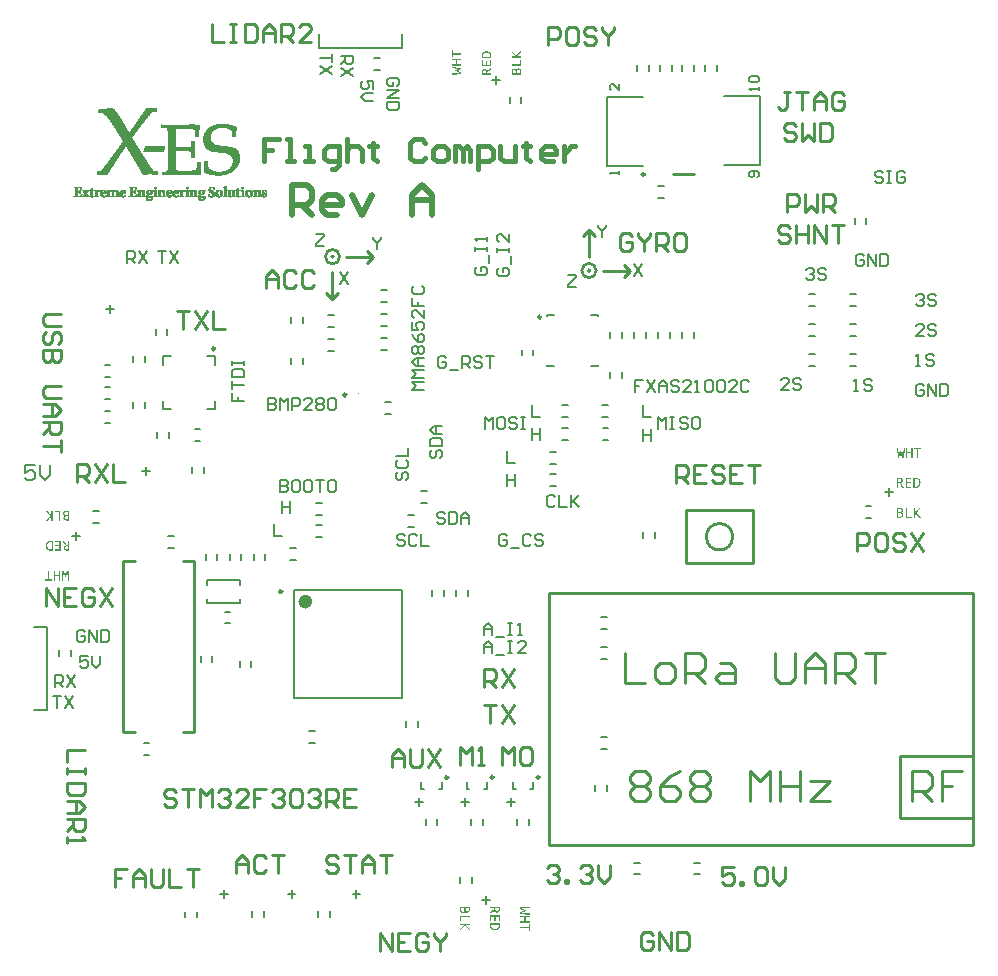
<source format=gto>
G04*
G04 #@! TF.GenerationSoftware,Altium Limited,Altium Designer,18.1.6 (161)*
G04*
G04 Layer_Color=65535*
%FSLAX25Y25*%
%MOIN*%
G70*
G01*
G75*
%ADD10C,0.00394*%
%ADD11C,0.00984*%
%ADD12C,0.01000*%
%ADD13C,0.02362*%
%ADD14C,0.00787*%
%ADD15C,0.00100*%
%ADD16C,0.00800*%
%ADD17C,0.02000*%
%ADD18C,0.01500*%
%ADD19C,0.00591*%
G36*
X434684Y280709D02*
X436033Y279000D01*
X435478D01*
X434251Y280598D01*
Y279000D01*
X433807D01*
Y282263D01*
X434251D01*
Y280743D01*
X435450Y282263D01*
X435972D01*
X434684Y280709D01*
D02*
G37*
G36*
X431637Y279377D02*
X433069D01*
Y279000D01*
X431188D01*
Y282263D01*
X431637D01*
Y279377D01*
D02*
G37*
G36*
X429206Y282258D02*
X429273Y282252D01*
X429356Y282241D01*
X429445Y282219D01*
X429545Y282197D01*
X429645Y282164D01*
X429745Y282125D01*
X429845Y282069D01*
X429933Y282008D01*
X430017Y281930D01*
X430083Y281836D01*
X430139Y281731D01*
X430172Y281609D01*
X430177Y281542D01*
X430183Y281470D01*
Y281464D01*
Y281459D01*
Y281425D01*
X430177Y281375D01*
X430166Y281314D01*
X430150Y281242D01*
X430127Y281165D01*
X430100Y281087D01*
X430055Y281015D01*
X430050Y281009D01*
X430033Y280981D01*
X430000Y280948D01*
X429961Y280909D01*
X429906Y280865D01*
X429833Y280815D01*
X429750Y280770D01*
X429650Y280732D01*
X429656D01*
X429672Y280726D01*
X429700Y280720D01*
X429734Y280715D01*
X429811Y280687D01*
X429900Y280648D01*
X429906D01*
X429922Y280637D01*
X429944Y280626D01*
X429972Y280604D01*
X430039Y280559D01*
X430105Y280493D01*
X430111Y280487D01*
X430122Y280476D01*
X430139Y280454D01*
X430155Y280432D01*
X430177Y280399D01*
X430200Y280360D01*
X430244Y280265D01*
Y280260D01*
X430255Y280243D01*
X430261Y280216D01*
X430272Y280182D01*
X430283Y280138D01*
X430289Y280088D01*
X430300Y279977D01*
Y279966D01*
Y279938D01*
X430294Y279894D01*
X430289Y279833D01*
X430277Y279771D01*
X430261Y279699D01*
X430238Y279627D01*
X430205Y279555D01*
X430200Y279549D01*
X430189Y279527D01*
X430166Y279494D01*
X430139Y279450D01*
X430105Y279405D01*
X430061Y279350D01*
X430011Y279300D01*
X429950Y279250D01*
X429944Y279244D01*
X429922Y279228D01*
X429883Y279205D01*
X429839Y279183D01*
X429778Y279150D01*
X429711Y279117D01*
X429634Y279089D01*
X429545Y279061D01*
X429534D01*
X429506Y279050D01*
X429456Y279044D01*
X429395Y279033D01*
X429317Y279022D01*
X429228Y279011D01*
X429129Y279006D01*
X429023Y279000D01*
X428185D01*
Y282263D01*
X429151D01*
X429206Y282258D01*
D02*
G37*
G36*
X434623Y292258D02*
X434684Y292252D01*
X434756Y292241D01*
X434839Y292230D01*
X434928Y292214D01*
X435017Y292191D01*
X435111Y292169D01*
X435206Y292136D01*
X435300Y292097D01*
X435394Y292053D01*
X435483Y291997D01*
X435567Y291941D01*
X435639Y291869D01*
X435644Y291864D01*
X435655Y291853D01*
X435672Y291830D01*
X435700Y291797D01*
X435728Y291753D01*
X435761Y291703D01*
X435794Y291642D01*
X435827Y291570D01*
X435861Y291492D01*
X435899Y291403D01*
X435927Y291303D01*
X435955Y291198D01*
X435983Y291076D01*
X435999Y290948D01*
X436011Y290815D01*
X436016Y290665D01*
Y290654D01*
Y290626D01*
Y290582D01*
X436011Y290521D01*
X436005Y290454D01*
X435999Y290376D01*
X435977Y290215D01*
Y290204D01*
X435972Y290177D01*
X435961Y290138D01*
X435950Y290082D01*
X435933Y290021D01*
X435911Y289955D01*
X435861Y289816D01*
X435855Y289810D01*
X435844Y289783D01*
X435827Y289749D01*
X435805Y289705D01*
X435777Y289655D01*
X435744Y289594D01*
X435655Y289477D01*
X435650Y289472D01*
X435633Y289455D01*
X435605Y289422D01*
X435567Y289388D01*
X435522Y289350D01*
X435467Y289305D01*
X435406Y289261D01*
X435339Y289222D01*
X435333Y289216D01*
X435306Y289205D01*
X435267Y289183D01*
X435217Y289161D01*
X435156Y289133D01*
X435084Y289106D01*
X435000Y289078D01*
X434912Y289055D01*
X434901D01*
X434867Y289044D01*
X434817Y289039D01*
X434751Y289028D01*
X434667Y289017D01*
X434573Y289011D01*
X434468Y289000D01*
X433657D01*
Y292263D01*
X434567D01*
X434623Y292258D01*
D02*
G37*
G36*
X432930Y291886D02*
X431515D01*
Y290881D01*
X432875D01*
Y290504D01*
X431515D01*
Y289377D01*
X432930D01*
Y289000D01*
X431071D01*
Y292263D01*
X432930D01*
Y291886D01*
D02*
G37*
G36*
X429156Y292258D02*
X429223D01*
X429301Y292247D01*
X429384Y292236D01*
X429467Y292219D01*
X429545Y292197D01*
X429556D01*
X429578Y292186D01*
X429617Y292169D01*
X429661Y292152D01*
X429717Y292130D01*
X429772Y292097D01*
X429828Y292064D01*
X429878Y292025D01*
X429883Y292019D01*
X429900Y292003D01*
X429922Y291980D01*
X429950Y291947D01*
X429983Y291908D01*
X430017Y291864D01*
X430044Y291808D01*
X430072Y291753D01*
X430078Y291747D01*
X430083Y291725D01*
X430094Y291692D01*
X430105Y291647D01*
X430116Y291597D01*
X430127Y291536D01*
X430139Y291475D01*
Y291403D01*
Y291398D01*
Y291375D01*
Y291348D01*
X430133Y291309D01*
X430127Y291264D01*
X430116Y291214D01*
X430089Y291109D01*
Y291104D01*
X430083Y291087D01*
X430072Y291059D01*
X430055Y291031D01*
X430017Y290948D01*
X429955Y290865D01*
X429950Y290859D01*
X429939Y290848D01*
X429922Y290826D01*
X429894Y290798D01*
X429861Y290770D01*
X429822Y290737D01*
X429734Y290671D01*
X429728Y290665D01*
X429711Y290659D01*
X429683Y290643D01*
X429650Y290626D01*
X429606Y290610D01*
X429556Y290587D01*
X429495Y290571D01*
X429434Y290554D01*
X429439D01*
X429456Y290543D01*
X429484Y290532D01*
X429517Y290515D01*
X429550Y290493D01*
X429589Y290460D01*
X429628Y290426D01*
X429667Y290382D01*
X429672Y290376D01*
X429683Y290360D01*
X429706Y290338D01*
X429728Y290299D01*
X429761Y290254D01*
X429795Y290204D01*
X429828Y290138D01*
X429867Y290071D01*
X430388Y289000D01*
X429883D01*
X429395Y290043D01*
Y290049D01*
X429384Y290066D01*
X429373Y290082D01*
X429362Y290110D01*
X429323Y290177D01*
X429278Y290238D01*
Y290243D01*
X429267Y290254D01*
X429245Y290288D01*
X429206Y290326D01*
X429156Y290365D01*
X429151D01*
X429145Y290371D01*
X429112Y290393D01*
X429068Y290410D01*
X429012Y290432D01*
X429006D01*
X429001Y290437D01*
X428984D01*
X428962Y290443D01*
X428906Y290448D01*
X428834Y290454D01*
X428629D01*
Y289000D01*
X428185D01*
Y292263D01*
X429106D01*
X429156Y292258D01*
D02*
G37*
G36*
X433424Y299000D02*
X432980D01*
Y300499D01*
X431609D01*
Y299000D01*
X431165D01*
Y302263D01*
X431609D01*
Y300881D01*
X432980D01*
Y302263D01*
X433424D01*
Y299000D01*
D02*
G37*
G36*
X430555D02*
X429978D01*
X429572Y300160D01*
X429461Y300537D01*
X429339Y300132D01*
X428968Y299000D01*
X428413D01*
X428185Y302263D01*
X428607D01*
X428729Y300038D01*
X428768Y299433D01*
X428923Y299949D01*
X429323Y301165D01*
X429628D01*
X430083Y299860D01*
X430233Y299433D01*
X430244Y299877D01*
X430377Y302263D01*
X430777D01*
X430555Y299000D01*
D02*
G37*
G36*
X436299Y301886D02*
X435333D01*
Y299000D01*
X434884D01*
Y301886D01*
X433918D01*
Y302263D01*
X436299D01*
Y301886D01*
D02*
G37*
G36*
X285763Y148349D02*
X285758Y148294D01*
X285752Y148227D01*
X285741Y148144D01*
X285719Y148055D01*
X285697Y147955D01*
X285664Y147855D01*
X285625Y147755D01*
X285569Y147655D01*
X285508Y147567D01*
X285430Y147484D01*
X285336Y147417D01*
X285231Y147361D01*
X285108Y147328D01*
X285042Y147322D01*
X284970Y147317D01*
X284964D01*
X284959D01*
X284925D01*
X284875Y147322D01*
X284814Y147334D01*
X284742Y147350D01*
X284665Y147372D01*
X284587Y147400D01*
X284515Y147445D01*
X284509Y147450D01*
X284481Y147467D01*
X284448Y147500D01*
X284409Y147539D01*
X284365Y147594D01*
X284315Y147667D01*
X284270Y147750D01*
X284232Y147850D01*
Y147844D01*
X284226Y147828D01*
X284221Y147800D01*
X284215Y147766D01*
X284187Y147689D01*
X284148Y147600D01*
Y147594D01*
X284137Y147578D01*
X284126Y147556D01*
X284104Y147528D01*
X284060Y147461D01*
X283993Y147395D01*
X283987Y147389D01*
X283976Y147378D01*
X283954Y147361D01*
X283932Y147345D01*
X283899Y147322D01*
X283860Y147300D01*
X283765Y147256D01*
X283760D01*
X283743Y147245D01*
X283716Y147239D01*
X283682Y147228D01*
X283638Y147217D01*
X283588Y147212D01*
X283477Y147200D01*
X283466D01*
X283438D01*
X283394Y147206D01*
X283332Y147212D01*
X283272Y147223D01*
X283199Y147239D01*
X283127Y147262D01*
X283055Y147295D01*
X283049Y147300D01*
X283027Y147311D01*
X282994Y147334D01*
X282949Y147361D01*
X282905Y147395D01*
X282850Y147439D01*
X282800Y147489D01*
X282750Y147550D01*
X282744Y147556D01*
X282728Y147578D01*
X282705Y147617D01*
X282683Y147661D01*
X282650Y147722D01*
X282617Y147789D01*
X282589Y147866D01*
X282561Y147955D01*
Y147966D01*
X282550Y147994D01*
X282544Y148044D01*
X282533Y148105D01*
X282522Y148183D01*
X282511Y148272D01*
X282505Y148372D01*
X282500Y148477D01*
Y149315D01*
X285763D01*
Y148349D01*
D02*
G37*
G36*
Y145863D02*
X282877D01*
Y144431D01*
X282500D01*
Y146312D01*
X285763D01*
Y145863D01*
D02*
G37*
G36*
Y143249D02*
X284243D01*
X285763Y142050D01*
Y141528D01*
X284209Y142816D01*
X282500Y141467D01*
Y142022D01*
X284098Y143249D01*
X282500D01*
Y143693D01*
X285763D01*
Y143249D01*
D02*
G37*
G36*
X295763Y148394D02*
X295758Y148344D01*
Y148277D01*
X295747Y148199D01*
X295736Y148116D01*
X295719Y148033D01*
X295697Y147955D01*
Y147944D01*
X295686Y147922D01*
X295669Y147883D01*
X295652Y147839D01*
X295630Y147783D01*
X295597Y147728D01*
X295564Y147672D01*
X295525Y147622D01*
X295519Y147617D01*
X295503Y147600D01*
X295480Y147578D01*
X295447Y147550D01*
X295408Y147517D01*
X295364Y147484D01*
X295308Y147456D01*
X295253Y147428D01*
X295247Y147422D01*
X295225Y147417D01*
X295192Y147406D01*
X295147Y147395D01*
X295097Y147384D01*
X295036Y147372D01*
X294975Y147361D01*
X294903D01*
X294898D01*
X294875D01*
X294848D01*
X294809Y147367D01*
X294764Y147372D01*
X294714Y147384D01*
X294609Y147411D01*
X294603D01*
X294587Y147417D01*
X294559Y147428D01*
X294531Y147445D01*
X294448Y147484D01*
X294365Y147545D01*
X294359Y147550D01*
X294348Y147561D01*
X294326Y147578D01*
X294298Y147606D01*
X294270Y147639D01*
X294237Y147678D01*
X294171Y147766D01*
X294165Y147772D01*
X294160Y147789D01*
X294143Y147817D01*
X294126Y147850D01*
X294110Y147894D01*
X294087Y147944D01*
X294071Y148005D01*
X294054Y148066D01*
Y148061D01*
X294043Y148044D01*
X294032Y148016D01*
X294015Y147983D01*
X293993Y147950D01*
X293960Y147911D01*
X293926Y147872D01*
X293882Y147833D01*
X293876Y147828D01*
X293860Y147817D01*
X293838Y147794D01*
X293799Y147772D01*
X293754Y147739D01*
X293704Y147705D01*
X293638Y147672D01*
X293571Y147633D01*
X292500Y147112D01*
Y147617D01*
X293543Y148105D01*
X293549D01*
X293566Y148116D01*
X293582Y148127D01*
X293610Y148138D01*
X293677Y148177D01*
X293738Y148222D01*
X293743D01*
X293754Y148233D01*
X293788Y148255D01*
X293827Y148294D01*
X293865Y148344D01*
Y148349D01*
X293871Y148355D01*
X293893Y148388D01*
X293910Y148433D01*
X293932Y148488D01*
Y148494D01*
X293937Y148499D01*
Y148516D01*
X293943Y148538D01*
X293949Y148593D01*
X293954Y148666D01*
Y148871D01*
X292500D01*
Y149315D01*
X295763D01*
Y148394D01*
D02*
G37*
G36*
Y144570D02*
X295386D01*
Y145985D01*
X294381D01*
Y144625D01*
X294004D01*
Y145985D01*
X292877D01*
Y144570D01*
X292500D01*
Y146429D01*
X295763D01*
Y144570D01*
D02*
G37*
G36*
Y142932D02*
X295758Y142877D01*
X295752Y142816D01*
X295741Y142744D01*
X295730Y142660D01*
X295713Y142572D01*
X295691Y142483D01*
X295669Y142389D01*
X295636Y142294D01*
X295597Y142200D01*
X295552Y142105D01*
X295497Y142017D01*
X295442Y141934D01*
X295369Y141861D01*
X295364Y141856D01*
X295353Y141845D01*
X295331Y141828D01*
X295297Y141800D01*
X295253Y141772D01*
X295203Y141739D01*
X295142Y141706D01*
X295070Y141673D01*
X294992Y141639D01*
X294903Y141601D01*
X294803Y141573D01*
X294698Y141545D01*
X294576Y141517D01*
X294448Y141501D01*
X294315Y141490D01*
X294165Y141484D01*
X294154D01*
X294126D01*
X294082D01*
X294021Y141490D01*
X293954Y141495D01*
X293876Y141501D01*
X293716Y141523D01*
X293704D01*
X293677Y141528D01*
X293638Y141539D01*
X293582Y141551D01*
X293521Y141567D01*
X293455Y141589D01*
X293316Y141639D01*
X293310Y141645D01*
X293283Y141656D01*
X293249Y141673D01*
X293205Y141695D01*
X293155Y141723D01*
X293094Y141756D01*
X292977Y141845D01*
X292972Y141850D01*
X292955Y141867D01*
X292922Y141895D01*
X292888Y141934D01*
X292850Y141978D01*
X292805Y142033D01*
X292761Y142094D01*
X292722Y142161D01*
X292716Y142167D01*
X292705Y142194D01*
X292683Y142233D01*
X292661Y142283D01*
X292633Y142344D01*
X292605Y142416D01*
X292578Y142500D01*
X292555Y142588D01*
Y142599D01*
X292544Y142633D01*
X292539Y142683D01*
X292528Y142749D01*
X292517Y142833D01*
X292511Y142927D01*
X292500Y143032D01*
Y143843D01*
X295763D01*
Y142932D01*
D02*
G37*
G36*
X305763Y148893D02*
X303538Y148771D01*
X302933Y148732D01*
X303449Y148577D01*
X304664Y148177D01*
Y147872D01*
X303360Y147417D01*
X302933Y147267D01*
X303377Y147256D01*
X305763Y147123D01*
Y146723D01*
X302500Y146945D01*
Y147522D01*
X303660Y147927D01*
X304037Y148038D01*
X303632Y148161D01*
X302500Y148532D01*
Y149087D01*
X305763Y149315D01*
Y148893D01*
D02*
G37*
G36*
Y145891D02*
X304381D01*
Y144520D01*
X305763D01*
Y144076D01*
X302500D01*
Y144520D01*
X303998D01*
Y145891D01*
X302500D01*
Y146335D01*
X305763D01*
Y145891D01*
D02*
G37*
G36*
Y141201D02*
X305386D01*
Y142167D01*
X302500D01*
Y142616D01*
X305386D01*
Y143582D01*
X305763D01*
Y141201D01*
D02*
G37*
G36*
X303000Y433978D02*
X301402Y432751D01*
X303000D01*
Y432307D01*
X299737D01*
Y432751D01*
X301257D01*
X299737Y433950D01*
Y434472D01*
X301291Y433184D01*
X303000Y434533D01*
Y433978D01*
D02*
G37*
G36*
Y429688D02*
X299737D01*
Y430137D01*
X302623D01*
Y431569D01*
X303000D01*
Y429688D01*
D02*
G37*
G36*
X302106Y428794D02*
X302168Y428789D01*
X302228Y428777D01*
X302301Y428761D01*
X302373Y428738D01*
X302445Y428705D01*
X302451Y428700D01*
X302473Y428689D01*
X302506Y428666D01*
X302551Y428639D01*
X302595Y428605D01*
X302650Y428561D01*
X302700Y428511D01*
X302750Y428450D01*
X302756Y428444D01*
X302772Y428422D01*
X302795Y428383D01*
X302817Y428339D01*
X302850Y428278D01*
X302883Y428211D01*
X302911Y428134D01*
X302939Y428045D01*
Y428034D01*
X302950Y428006D01*
X302956Y427956D01*
X302967Y427895D01*
X302978Y427817D01*
X302989Y427728D01*
X302994Y427629D01*
X303000Y427523D01*
Y426685D01*
X299737D01*
Y427651D01*
X299742Y427706D01*
X299748Y427773D01*
X299759Y427856D01*
X299781Y427945D01*
X299803Y428045D01*
X299836Y428145D01*
X299875Y428245D01*
X299931Y428344D01*
X299992Y428433D01*
X300070Y428516D01*
X300164Y428583D01*
X300269Y428639D01*
X300392Y428672D01*
X300458Y428678D01*
X300530Y428683D01*
X300536D01*
X300541D01*
X300575D01*
X300625Y428678D01*
X300686Y428666D01*
X300758Y428650D01*
X300835Y428627D01*
X300913Y428600D01*
X300985Y428555D01*
X300991Y428550D01*
X301019Y428533D01*
X301052Y428500D01*
X301091Y428461D01*
X301135Y428406D01*
X301185Y428333D01*
X301230Y428250D01*
X301268Y428150D01*
Y428156D01*
X301274Y428172D01*
X301279Y428200D01*
X301285Y428233D01*
X301313Y428311D01*
X301352Y428400D01*
Y428406D01*
X301363Y428422D01*
X301374Y428444D01*
X301396Y428472D01*
X301441Y428539D01*
X301507Y428605D01*
X301513Y428611D01*
X301524Y428622D01*
X301546Y428639D01*
X301568Y428655D01*
X301601Y428678D01*
X301640Y428700D01*
X301735Y428744D01*
X301740D01*
X301757Y428755D01*
X301784Y428761D01*
X301818Y428772D01*
X301862Y428783D01*
X301912Y428789D01*
X302023Y428800D01*
X302034D01*
X302062D01*
X302106Y428794D01*
D02*
G37*
G36*
X291479Y434511D02*
X291546Y434505D01*
X291624Y434499D01*
X291785Y434477D01*
X291796D01*
X291823Y434472D01*
X291862Y434461D01*
X291918Y434449D01*
X291979Y434433D01*
X292045Y434411D01*
X292184Y434361D01*
X292190Y434355D01*
X292217Y434344D01*
X292251Y434327D01*
X292295Y434305D01*
X292345Y434277D01*
X292406Y434244D01*
X292523Y434155D01*
X292528Y434150D01*
X292545Y434133D01*
X292578Y434105D01*
X292612Y434066D01*
X292650Y434022D01*
X292695Y433967D01*
X292739Y433906D01*
X292778Y433839D01*
X292784Y433833D01*
X292795Y433806D01*
X292817Y433767D01*
X292839Y433717D01*
X292867Y433656D01*
X292895Y433584D01*
X292922Y433500D01*
X292945Y433412D01*
Y433400D01*
X292956Y433367D01*
X292961Y433317D01*
X292972Y433251D01*
X292983Y433167D01*
X292989Y433073D01*
X293000Y432968D01*
Y432157D01*
X289737D01*
Y433068D01*
X289742Y433123D01*
X289748Y433184D01*
X289759Y433256D01*
X289770Y433340D01*
X289787Y433428D01*
X289809Y433517D01*
X289831Y433611D01*
X289864Y433706D01*
X289903Y433800D01*
X289948Y433894D01*
X290003Y433983D01*
X290058Y434066D01*
X290131Y434139D01*
X290136Y434144D01*
X290147Y434155D01*
X290170Y434172D01*
X290203Y434200D01*
X290247Y434228D01*
X290297Y434261D01*
X290358Y434294D01*
X290430Y434327D01*
X290508Y434361D01*
X290597Y434400D01*
X290697Y434427D01*
X290802Y434455D01*
X290924Y434483D01*
X291052Y434499D01*
X291185Y434511D01*
X291335Y434516D01*
X291346D01*
X291374D01*
X291418D01*
X291479Y434511D01*
D02*
G37*
G36*
X293000Y429571D02*
X289737D01*
Y431430D01*
X290114D01*
Y430015D01*
X291119D01*
Y431375D01*
X291496D01*
Y430015D01*
X292623D01*
Y431430D01*
X293000D01*
Y429571D01*
D02*
G37*
G36*
Y428383D02*
X291957Y427895D01*
X291951D01*
X291934Y427884D01*
X291918Y427873D01*
X291890Y427862D01*
X291823Y427823D01*
X291762Y427778D01*
X291757D01*
X291746Y427767D01*
X291712Y427745D01*
X291673Y427706D01*
X291635Y427656D01*
Y427651D01*
X291629Y427645D01*
X291607Y427612D01*
X291590Y427567D01*
X291568Y427512D01*
Y427506D01*
X291563Y427501D01*
Y427484D01*
X291557Y427462D01*
X291551Y427407D01*
X291546Y427334D01*
Y427129D01*
X293000D01*
Y426685D01*
X289737D01*
Y427606D01*
X289742Y427656D01*
Y427723D01*
X289753Y427801D01*
X289764Y427884D01*
X289781Y427967D01*
X289803Y428045D01*
Y428056D01*
X289814Y428078D01*
X289831Y428117D01*
X289848Y428161D01*
X289870Y428217D01*
X289903Y428272D01*
X289936Y428328D01*
X289975Y428378D01*
X289981Y428383D01*
X289997Y428400D01*
X290020Y428422D01*
X290053Y428450D01*
X290092Y428483D01*
X290136Y428516D01*
X290192Y428544D01*
X290247Y428572D01*
X290253Y428578D01*
X290275Y428583D01*
X290308Y428594D01*
X290353Y428605D01*
X290403Y428616D01*
X290464Y428627D01*
X290525Y428639D01*
X290597D01*
X290602D01*
X290625D01*
X290652D01*
X290691Y428633D01*
X290736Y428627D01*
X290786Y428616D01*
X290891Y428589D01*
X290897D01*
X290913Y428583D01*
X290941Y428572D01*
X290969Y428555D01*
X291052Y428516D01*
X291135Y428455D01*
X291141Y428450D01*
X291152Y428439D01*
X291174Y428422D01*
X291202Y428394D01*
X291230Y428361D01*
X291263Y428322D01*
X291329Y428233D01*
X291335Y428228D01*
X291340Y428211D01*
X291357Y428184D01*
X291374Y428150D01*
X291390Y428106D01*
X291413Y428056D01*
X291429Y427995D01*
X291446Y427934D01*
Y427939D01*
X291457Y427956D01*
X291468Y427984D01*
X291485Y428017D01*
X291507Y428050D01*
X291540Y428089D01*
X291574Y428128D01*
X291618Y428167D01*
X291624Y428172D01*
X291640Y428184D01*
X291662Y428206D01*
X291701Y428228D01*
X291746Y428261D01*
X291796Y428295D01*
X291862Y428328D01*
X291929Y428367D01*
X293000Y428888D01*
Y428383D01*
D02*
G37*
G36*
X280114Y433833D02*
X283000D01*
Y433384D01*
X280114D01*
Y432418D01*
X279737D01*
Y434799D01*
X280114D01*
Y433833D01*
D02*
G37*
G36*
X283000Y431480D02*
X281502D01*
Y430109D01*
X283000D01*
Y429665D01*
X279737D01*
Y430109D01*
X281119D01*
Y431480D01*
X279737D01*
Y431924D01*
X283000D01*
Y431480D01*
D02*
G37*
G36*
Y429055D02*
Y428478D01*
X281840Y428073D01*
X281463Y427961D01*
X281868Y427839D01*
X283000Y427468D01*
Y426913D01*
X279737Y426685D01*
Y427107D01*
X281962Y427229D01*
X282567Y427268D01*
X282051Y427423D01*
X280836Y427823D01*
Y428128D01*
X282140Y428583D01*
X282567Y428733D01*
X282123Y428744D01*
X279737Y428877D01*
Y429277D01*
X283000Y429055D01*
D02*
G37*
G36*
X146693Y278052D02*
X146249D01*
Y279572D01*
X145050Y278052D01*
X144528D01*
X145816Y279606D01*
X144467Y281315D01*
X145022D01*
X146249Y279717D01*
Y281315D01*
X146693D01*
Y278052D01*
D02*
G37*
G36*
X152315D02*
X151349D01*
X151294Y278057D01*
X151227Y278063D01*
X151144Y278074D01*
X151055Y278096D01*
X150955Y278118D01*
X150855Y278151D01*
X150755Y278190D01*
X150655Y278246D01*
X150567Y278307D01*
X150484Y278385D01*
X150417Y278479D01*
X150361Y278584D01*
X150328Y278707D01*
X150322Y278773D01*
X150317Y278845D01*
Y278851D01*
Y278856D01*
Y278890D01*
X150322Y278940D01*
X150334Y279001D01*
X150350Y279073D01*
X150373Y279151D01*
X150400Y279228D01*
X150445Y279300D01*
X150450Y279306D01*
X150467Y279334D01*
X150500Y279367D01*
X150539Y279406D01*
X150594Y279450D01*
X150667Y279500D01*
X150750Y279544D01*
X150850Y279583D01*
X150844D01*
X150828Y279589D01*
X150800Y279594D01*
X150767Y279600D01*
X150689Y279628D01*
X150600Y279667D01*
X150594D01*
X150578Y279678D01*
X150556Y279689D01*
X150528Y279711D01*
X150461Y279755D01*
X150395Y279822D01*
X150389Y279828D01*
X150378Y279839D01*
X150361Y279861D01*
X150345Y279883D01*
X150322Y279916D01*
X150300Y279955D01*
X150256Y280050D01*
Y280055D01*
X150245Y280072D01*
X150239Y280100D01*
X150228Y280133D01*
X150217Y280177D01*
X150212Y280227D01*
X150200Y280338D01*
Y280349D01*
Y280377D01*
X150206Y280421D01*
X150212Y280483D01*
X150223Y280543D01*
X150239Y280616D01*
X150261Y280688D01*
X150295Y280760D01*
X150300Y280766D01*
X150311Y280788D01*
X150334Y280821D01*
X150361Y280865D01*
X150395Y280910D01*
X150439Y280965D01*
X150489Y281015D01*
X150550Y281065D01*
X150556Y281071D01*
X150578Y281087D01*
X150617Y281110D01*
X150661Y281132D01*
X150722Y281165D01*
X150789Y281198D01*
X150866Y281226D01*
X150955Y281254D01*
X150966D01*
X150994Y281265D01*
X151044Y281271D01*
X151105Y281282D01*
X151183Y281293D01*
X151272Y281304D01*
X151372Y281309D01*
X151477Y281315D01*
X152315D01*
Y278052D01*
D02*
G37*
G36*
X149312D02*
X148863D01*
Y280938D01*
X147431D01*
Y281315D01*
X149312D01*
Y278052D01*
D02*
G37*
G36*
X152315Y268052D02*
X151394D01*
X151344Y268057D01*
X151277D01*
X151199Y268068D01*
X151116Y268079D01*
X151033Y268096D01*
X150955Y268118D01*
X150944D01*
X150922Y268129D01*
X150883Y268146D01*
X150839Y268163D01*
X150783Y268185D01*
X150728Y268218D01*
X150672Y268251D01*
X150622Y268290D01*
X150617Y268296D01*
X150600Y268312D01*
X150578Y268335D01*
X150550Y268368D01*
X150517Y268407D01*
X150484Y268451D01*
X150456Y268507D01*
X150428Y268562D01*
X150422Y268568D01*
X150417Y268590D01*
X150406Y268623D01*
X150395Y268668D01*
X150384Y268718D01*
X150373Y268779D01*
X150361Y268840D01*
Y268912D01*
Y268917D01*
Y268940D01*
Y268967D01*
X150367Y269006D01*
X150373Y269051D01*
X150384Y269100D01*
X150411Y269206D01*
Y269212D01*
X150417Y269228D01*
X150428Y269256D01*
X150445Y269284D01*
X150484Y269367D01*
X150545Y269450D01*
X150550Y269456D01*
X150561Y269467D01*
X150578Y269489D01*
X150606Y269517D01*
X150639Y269545D01*
X150678Y269578D01*
X150767Y269644D01*
X150772Y269650D01*
X150789Y269655D01*
X150817Y269672D01*
X150850Y269689D01*
X150894Y269706D01*
X150944Y269728D01*
X151005Y269744D01*
X151066Y269761D01*
X151061D01*
X151044Y269772D01*
X151016Y269783D01*
X150983Y269800D01*
X150950Y269822D01*
X150911Y269855D01*
X150872Y269889D01*
X150833Y269933D01*
X150828Y269939D01*
X150817Y269955D01*
X150794Y269977D01*
X150772Y270016D01*
X150739Y270061D01*
X150706Y270111D01*
X150672Y270177D01*
X150633Y270244D01*
X150112Y271315D01*
X150617D01*
X151105Y270272D01*
Y270266D01*
X151116Y270249D01*
X151127Y270233D01*
X151138Y270205D01*
X151177Y270138D01*
X151222Y270077D01*
Y270072D01*
X151233Y270061D01*
X151255Y270027D01*
X151294Y269988D01*
X151344Y269950D01*
X151349D01*
X151355Y269944D01*
X151388Y269922D01*
X151433Y269905D01*
X151488Y269883D01*
X151494D01*
X151499Y269878D01*
X151516D01*
X151538Y269872D01*
X151593Y269866D01*
X151666Y269861D01*
X151871D01*
Y271315D01*
X152315D01*
Y268052D01*
D02*
G37*
G36*
X149429D02*
X147570D01*
Y268429D01*
X148985D01*
Y269433D01*
X147625D01*
Y269811D01*
X148985D01*
Y270938D01*
X147570D01*
Y271315D01*
X149429D01*
Y268052D01*
D02*
G37*
G36*
X146843D02*
X145932D01*
X145877Y268057D01*
X145816Y268063D01*
X145744Y268074D01*
X145660Y268085D01*
X145572Y268102D01*
X145483Y268124D01*
X145389Y268146D01*
X145294Y268179D01*
X145200Y268218D01*
X145106Y268263D01*
X145017Y268318D01*
X144933Y268373D01*
X144861Y268446D01*
X144856Y268451D01*
X144845Y268462D01*
X144828Y268484D01*
X144800Y268518D01*
X144773Y268562D01*
X144739Y268612D01*
X144706Y268673D01*
X144673Y268745D01*
X144639Y268823D01*
X144600Y268912D01*
X144573Y269012D01*
X144545Y269117D01*
X144517Y269239D01*
X144501Y269367D01*
X144490Y269500D01*
X144484Y269650D01*
Y269661D01*
Y269689D01*
Y269733D01*
X144490Y269794D01*
X144495Y269861D01*
X144501Y269939D01*
X144523Y270099D01*
Y270111D01*
X144528Y270138D01*
X144539Y270177D01*
X144551Y270233D01*
X144567Y270294D01*
X144589Y270360D01*
X144639Y270499D01*
X144645Y270505D01*
X144656Y270532D01*
X144673Y270566D01*
X144695Y270610D01*
X144723Y270660D01*
X144756Y270721D01*
X144845Y270838D01*
X144850Y270843D01*
X144867Y270860D01*
X144895Y270893D01*
X144933Y270926D01*
X144978Y270965D01*
X145033Y271010D01*
X145094Y271054D01*
X145161Y271093D01*
X145167Y271098D01*
X145194Y271110D01*
X145233Y271132D01*
X145283Y271154D01*
X145344Y271182D01*
X145416Y271210D01*
X145500Y271237D01*
X145588Y271259D01*
X145599D01*
X145633Y271271D01*
X145683Y271276D01*
X145749Y271287D01*
X145833Y271298D01*
X145927Y271304D01*
X146032Y271315D01*
X146843D01*
Y268052D01*
D02*
G37*
G36*
X149335Y258052D02*
X148891D01*
Y259434D01*
X147520D01*
Y258052D01*
X147076D01*
Y261315D01*
X147520D01*
Y259817D01*
X148891D01*
Y261315D01*
X149335D01*
Y258052D01*
D02*
G37*
G36*
X152315D02*
X151893D01*
X151771Y260277D01*
X151732Y260882D01*
X151577Y260366D01*
X151177Y259151D01*
X150872D01*
X150417Y260455D01*
X150267Y260882D01*
X150256Y260438D01*
X150123Y258052D01*
X149723D01*
X149945Y261315D01*
X150522D01*
X150927Y260155D01*
X151039Y259778D01*
X151161Y260183D01*
X151532Y261315D01*
X152087D01*
X152315Y258052D01*
D02*
G37*
G36*
X145616Y258429D02*
X146582D01*
Y258052D01*
X144201D01*
Y258429D01*
X145167D01*
Y261315D01*
X145616D01*
Y258429D01*
D02*
G37*
%LPC*%
G36*
X429151Y281886D02*
X428629D01*
Y280870D01*
X429123D01*
X429156Y280876D01*
X429201D01*
X429245Y280881D01*
X429339Y280898D01*
X429345D01*
X429362Y280904D01*
X429384Y280915D01*
X429412Y280926D01*
X429478Y280954D01*
X429550Y280998D01*
X429556Y281003D01*
X429567Y281009D01*
X429600Y281042D01*
X429645Y281098D01*
X429689Y281165D01*
Y281170D01*
X429695Y281181D01*
X429706Y281203D01*
X429717Y281237D01*
X429722Y281270D01*
X429734Y281314D01*
X429739Y281409D01*
Y281414D01*
Y281425D01*
Y281442D01*
X429734Y281470D01*
X429728Y281525D01*
X429706Y281592D01*
Y281597D01*
X429700Y281609D01*
X429695Y281625D01*
X429683Y281642D01*
X429650Y281692D01*
X429600Y281742D01*
X429595Y281747D01*
X429589Y281753D01*
X429572Y281764D01*
X429550Y281781D01*
X429523Y281797D01*
X429484Y281814D01*
X429445Y281831D01*
X429400Y281847D01*
X429395D01*
X429378Y281853D01*
X429351Y281858D01*
X429312Y281869D01*
X429267Y281875D01*
X429212Y281880D01*
X429151Y281886D01*
D02*
G37*
G36*
X429145Y280499D02*
X428629D01*
Y279377D01*
X429156D01*
X429190Y279383D01*
X429228D01*
X429312Y279394D01*
X429406Y279411D01*
X429500Y279438D01*
X429589Y279472D01*
X429667Y279516D01*
X429672Y279522D01*
X429695Y279544D01*
X429728Y279577D01*
X429761Y279627D01*
X429795Y279688D01*
X429828Y279766D01*
X429850Y279855D01*
X429856Y279960D01*
Y279966D01*
Y279982D01*
Y280005D01*
X429850Y280032D01*
X429833Y280104D01*
X429800Y280182D01*
Y280188D01*
X429789Y280199D01*
X429778Y280216D01*
X429761Y280243D01*
X429717Y280293D01*
X429650Y280349D01*
X429645Y280354D01*
X429634Y280360D01*
X429611Y280376D01*
X429584Y280387D01*
X429545Y280410D01*
X429506Y280426D01*
X429406Y280460D01*
X429400D01*
X429378Y280465D01*
X429351Y280471D01*
X429312Y280482D01*
X429262Y280487D01*
X429206Y280493D01*
X429145Y280499D01*
D02*
G37*
G36*
X434579Y291886D02*
X434101D01*
Y289383D01*
X434479D01*
X434534Y289394D01*
X434606Y289405D01*
X434690Y289422D01*
X434784Y289450D01*
X434884Y289488D01*
X434989Y289538D01*
X435095Y289605D01*
X435195Y289688D01*
X435289Y289788D01*
X435372Y289910D01*
X435411Y289977D01*
X435444Y290054D01*
X435478Y290132D01*
X435500Y290221D01*
X435522Y290310D01*
X435539Y290410D01*
X435544Y290521D01*
X435550Y290632D01*
Y290637D01*
Y290648D01*
Y290665D01*
Y290687D01*
X435544Y290754D01*
Y290831D01*
X435533Y290926D01*
X435522Y291020D01*
X435505Y291120D01*
X435483Y291214D01*
Y291220D01*
X435478Y291226D01*
X435472Y291253D01*
X435456Y291298D01*
X435433Y291353D01*
X435406Y291414D01*
X435372Y291481D01*
X435328Y291547D01*
X435284Y291603D01*
X435278Y291609D01*
X435261Y291625D01*
X435233Y291653D01*
X435195Y291686D01*
X435145Y291720D01*
X435089Y291758D01*
X435023Y291792D01*
X434950Y291819D01*
X434939Y291825D01*
X434917Y291830D01*
X434873Y291842D01*
X434817Y291853D01*
X434745Y291864D01*
X434667Y291875D01*
X434579Y291886D01*
D02*
G37*
G36*
X429045D02*
X428629D01*
Y290809D01*
X429040D01*
X429079Y290815D01*
X429123D01*
X429173Y290826D01*
X429267Y290843D01*
X429273D01*
X429289Y290848D01*
X429312Y290859D01*
X429345Y290870D01*
X429412Y290904D01*
X429484Y290948D01*
X429489Y290954D01*
X429500Y290959D01*
X429517Y290976D01*
X429534Y290998D01*
X429578Y291054D01*
X429623Y291120D01*
Y291126D01*
X429628Y291137D01*
X429639Y291159D01*
X429650Y291192D01*
X429656Y291226D01*
X429667Y291270D01*
X429672Y291364D01*
Y291370D01*
Y291375D01*
Y291409D01*
X429661Y291453D01*
X429650Y291509D01*
X429634Y291575D01*
X429600Y291636D01*
X429561Y291697D01*
X429506Y291753D01*
X429500Y291758D01*
X429478Y291775D01*
X429439Y291797D01*
X429389Y291819D01*
X429323Y291842D01*
X429245Y291864D01*
X429151Y291880D01*
X429045Y291886D01*
D02*
G37*
G36*
X285386Y148871D02*
X284370D01*
Y148377D01*
X284376Y148344D01*
Y148299D01*
X284381Y148255D01*
X284398Y148161D01*
Y148155D01*
X284404Y148138D01*
X284415Y148116D01*
X284426Y148088D01*
X284454Y148022D01*
X284498Y147950D01*
X284504Y147944D01*
X284509Y147933D01*
X284542Y147900D01*
X284598Y147855D01*
X284665Y147811D01*
X284670D01*
X284681Y147805D01*
X284703Y147794D01*
X284737Y147783D01*
X284770Y147778D01*
X284814Y147766D01*
X284909Y147761D01*
X284914D01*
X284925D01*
X284942D01*
X284970Y147766D01*
X285025Y147772D01*
X285092Y147794D01*
X285097D01*
X285108Y147800D01*
X285125Y147805D01*
X285142Y147817D01*
X285192Y147850D01*
X285242Y147900D01*
X285247Y147905D01*
X285253Y147911D01*
X285264Y147927D01*
X285280Y147950D01*
X285297Y147977D01*
X285314Y148016D01*
X285331Y148055D01*
X285347Y148100D01*
Y148105D01*
X285353Y148122D01*
X285358Y148150D01*
X285369Y148188D01*
X285375Y148233D01*
X285381Y148288D01*
X285386Y148349D01*
Y148871D01*
D02*
G37*
G36*
X283998D02*
X282877D01*
Y148344D01*
X282883Y148310D01*
Y148272D01*
X282894Y148188D01*
X282911Y148094D01*
X282939Y148000D01*
X282972Y147911D01*
X283016Y147833D01*
X283022Y147828D01*
X283044Y147805D01*
X283077Y147772D01*
X283127Y147739D01*
X283188Y147705D01*
X283266Y147672D01*
X283355Y147650D01*
X283460Y147644D01*
X283466D01*
X283482D01*
X283505D01*
X283532Y147650D01*
X283604Y147667D01*
X283682Y147700D01*
X283688D01*
X283699Y147711D01*
X283716Y147722D01*
X283743Y147739D01*
X283793Y147783D01*
X283849Y147850D01*
X283854Y147855D01*
X283860Y147866D01*
X283876Y147889D01*
X283888Y147916D01*
X283910Y147955D01*
X283926Y147994D01*
X283960Y148094D01*
Y148100D01*
X283965Y148122D01*
X283971Y148150D01*
X283982Y148188D01*
X283987Y148238D01*
X283993Y148294D01*
X283998Y148355D01*
Y148871D01*
D02*
G37*
G36*
X295386D02*
X294309D01*
Y148460D01*
X294315Y148421D01*
Y148377D01*
X294326Y148327D01*
X294343Y148233D01*
Y148227D01*
X294348Y148211D01*
X294359Y148188D01*
X294370Y148155D01*
X294404Y148088D01*
X294448Y148016D01*
X294454Y148011D01*
X294459Y148000D01*
X294476Y147983D01*
X294498Y147966D01*
X294553Y147922D01*
X294620Y147878D01*
X294626D01*
X294637Y147872D01*
X294659Y147861D01*
X294692Y147850D01*
X294726Y147844D01*
X294770Y147833D01*
X294864Y147828D01*
X294870D01*
X294875D01*
X294909D01*
X294953Y147839D01*
X295009Y147850D01*
X295075Y147866D01*
X295136Y147900D01*
X295197Y147939D01*
X295253Y147994D01*
X295258Y148000D01*
X295275Y148022D01*
X295297Y148061D01*
X295319Y148111D01*
X295342Y148177D01*
X295364Y148255D01*
X295380Y148349D01*
X295386Y148455D01*
Y148871D01*
D02*
G37*
G36*
Y143399D02*
X292883D01*
Y143021D01*
X292894Y142966D01*
X292905Y142894D01*
X292922Y142810D01*
X292950Y142716D01*
X292988Y142616D01*
X293038Y142511D01*
X293105Y142405D01*
X293188Y142305D01*
X293288Y142211D01*
X293410Y142128D01*
X293477Y142089D01*
X293554Y142056D01*
X293632Y142022D01*
X293721Y142000D01*
X293810Y141978D01*
X293910Y141961D01*
X294021Y141956D01*
X294132Y141950D01*
X294137D01*
X294148D01*
X294165D01*
X294187D01*
X294254Y141956D01*
X294332D01*
X294426Y141967D01*
X294520Y141978D01*
X294620Y141995D01*
X294714Y142017D01*
X294720D01*
X294726Y142022D01*
X294753Y142028D01*
X294798Y142044D01*
X294853Y142067D01*
X294914Y142094D01*
X294981Y142128D01*
X295047Y142172D01*
X295103Y142217D01*
X295109Y142222D01*
X295125Y142239D01*
X295153Y142266D01*
X295186Y142305D01*
X295219Y142355D01*
X295258Y142411D01*
X295292Y142477D01*
X295319Y142550D01*
X295325Y142561D01*
X295331Y142583D01*
X295342Y142627D01*
X295353Y142683D01*
X295364Y142755D01*
X295375Y142833D01*
X295386Y142921D01*
Y143399D01*
D02*
G37*
G36*
X302040Y428356D02*
X302034D01*
X302018D01*
X301995D01*
X301968Y428350D01*
X301896Y428333D01*
X301818Y428300D01*
X301812D01*
X301801Y428289D01*
X301784Y428278D01*
X301757Y428261D01*
X301707Y428217D01*
X301651Y428150D01*
X301646Y428145D01*
X301640Y428134D01*
X301624Y428111D01*
X301612Y428084D01*
X301590Y428045D01*
X301574Y428006D01*
X301540Y427906D01*
Y427901D01*
X301535Y427878D01*
X301529Y427850D01*
X301518Y427812D01*
X301513Y427762D01*
X301507Y427706D01*
X301501Y427645D01*
Y427129D01*
X302623D01*
Y427656D01*
X302617Y427690D01*
Y427728D01*
X302606Y427812D01*
X302589Y427906D01*
X302561Y428000D01*
X302528Y428089D01*
X302484Y428167D01*
X302478Y428172D01*
X302456Y428195D01*
X302423Y428228D01*
X302373Y428261D01*
X302312Y428295D01*
X302234Y428328D01*
X302145Y428350D01*
X302040Y428356D01*
D02*
G37*
G36*
X300591Y428239D02*
X300586D01*
X300575D01*
X300558D01*
X300530Y428233D01*
X300475Y428228D01*
X300408Y428206D01*
X300403D01*
X300392Y428200D01*
X300375Y428195D01*
X300358Y428184D01*
X300308Y428150D01*
X300258Y428100D01*
X300253Y428095D01*
X300247Y428089D01*
X300236Y428073D01*
X300219Y428050D01*
X300203Y428023D01*
X300186Y427984D01*
X300169Y427945D01*
X300153Y427901D01*
Y427895D01*
X300147Y427878D01*
X300142Y427850D01*
X300131Y427812D01*
X300125Y427767D01*
X300119Y427712D01*
X300114Y427651D01*
Y427129D01*
X301130D01*
Y427623D01*
X301124Y427656D01*
Y427701D01*
X301119Y427745D01*
X301102Y427839D01*
Y427845D01*
X301096Y427862D01*
X301085Y427884D01*
X301074Y427912D01*
X301046Y427978D01*
X301002Y428050D01*
X300996Y428056D01*
X300991Y428067D01*
X300958Y428100D01*
X300902Y428145D01*
X300835Y428189D01*
X300830D01*
X300819Y428195D01*
X300797Y428206D01*
X300763Y428217D01*
X300730Y428222D01*
X300686Y428233D01*
X300591Y428239D01*
D02*
G37*
G36*
X291368Y434050D02*
X291363D01*
X291352D01*
X291335D01*
X291313D01*
X291246Y434044D01*
X291168D01*
X291074Y434033D01*
X290980Y434022D01*
X290880Y434005D01*
X290786Y433983D01*
X290780D01*
X290774Y433978D01*
X290747Y433972D01*
X290702Y433955D01*
X290647Y433933D01*
X290586Y433906D01*
X290519Y433872D01*
X290453Y433828D01*
X290397Y433783D01*
X290391Y433778D01*
X290375Y433761D01*
X290347Y433734D01*
X290314Y433695D01*
X290281Y433645D01*
X290242Y433589D01*
X290208Y433523D01*
X290181Y433451D01*
X290175Y433439D01*
X290170Y433417D01*
X290158Y433373D01*
X290147Y433317D01*
X290136Y433245D01*
X290125Y433167D01*
X290114Y433079D01*
Y432601D01*
X292617D01*
Y432979D01*
X292606Y433034D01*
X292595Y433106D01*
X292578Y433190D01*
X292550Y433284D01*
X292512Y433384D01*
X292462Y433489D01*
X292395Y433595D01*
X292312Y433695D01*
X292212Y433789D01*
X292090Y433872D01*
X292023Y433911D01*
X291946Y433944D01*
X291868Y433978D01*
X291779Y434000D01*
X291690Y434022D01*
X291590Y434039D01*
X291479Y434044D01*
X291368Y434050D01*
D02*
G37*
G36*
X290636Y428172D02*
X290630D01*
X290625D01*
X290591D01*
X290547Y428161D01*
X290491Y428150D01*
X290425Y428134D01*
X290364Y428100D01*
X290303Y428061D01*
X290247Y428006D01*
X290242Y428000D01*
X290225Y427978D01*
X290203Y427939D01*
X290181Y427889D01*
X290158Y427823D01*
X290136Y427745D01*
X290120Y427651D01*
X290114Y427545D01*
Y427129D01*
X291191D01*
Y427540D01*
X291185Y427579D01*
Y427623D01*
X291174Y427673D01*
X291157Y427767D01*
Y427773D01*
X291152Y427789D01*
X291141Y427812D01*
X291130Y427845D01*
X291096Y427912D01*
X291052Y427984D01*
X291046Y427989D01*
X291041Y428000D01*
X291024Y428017D01*
X291002Y428034D01*
X290947Y428078D01*
X290880Y428123D01*
X290874D01*
X290863Y428128D01*
X290841Y428139D01*
X290808Y428150D01*
X290774Y428156D01*
X290730Y428167D01*
X290636Y428172D01*
D02*
G37*
G36*
X151871Y280938D02*
X151344D01*
X151310Y280932D01*
X151272D01*
X151188Y280921D01*
X151094Y280904D01*
X151000Y280876D01*
X150911Y280843D01*
X150833Y280799D01*
X150828Y280793D01*
X150805Y280771D01*
X150772Y280738D01*
X150739Y280688D01*
X150706Y280627D01*
X150672Y280549D01*
X150650Y280460D01*
X150644Y280355D01*
Y280349D01*
Y280333D01*
Y280310D01*
X150650Y280283D01*
X150667Y280210D01*
X150700Y280133D01*
Y280127D01*
X150711Y280116D01*
X150722Y280100D01*
X150739Y280072D01*
X150783Y280022D01*
X150850Y279966D01*
X150855Y279961D01*
X150866Y279955D01*
X150889Y279939D01*
X150916Y279927D01*
X150955Y279905D01*
X150994Y279889D01*
X151094Y279855D01*
X151100D01*
X151122Y279850D01*
X151149Y279844D01*
X151188Y279833D01*
X151238Y279828D01*
X151294Y279822D01*
X151355Y279817D01*
X151871D01*
Y280938D01*
D02*
G37*
G36*
Y279445D02*
X151377D01*
X151344Y279439D01*
X151299D01*
X151255Y279433D01*
X151161Y279417D01*
X151155D01*
X151138Y279411D01*
X151116Y279400D01*
X151088Y279389D01*
X151022Y279361D01*
X150950Y279317D01*
X150944Y279311D01*
X150933Y279306D01*
X150900Y279273D01*
X150855Y279217D01*
X150811Y279151D01*
Y279145D01*
X150805Y279134D01*
X150794Y279112D01*
X150783Y279078D01*
X150778Y279045D01*
X150767Y279001D01*
X150761Y278906D01*
Y278901D01*
Y278890D01*
Y278873D01*
X150767Y278845D01*
X150772Y278790D01*
X150794Y278723D01*
Y278718D01*
X150800Y278707D01*
X150805Y278690D01*
X150817Y278673D01*
X150850Y278623D01*
X150900Y278573D01*
X150905Y278568D01*
X150911Y278562D01*
X150927Y278551D01*
X150950Y278534D01*
X150977Y278518D01*
X151016Y278501D01*
X151055Y278485D01*
X151100Y278468D01*
X151105D01*
X151122Y278462D01*
X151149Y278457D01*
X151188Y278446D01*
X151233Y278440D01*
X151288Y278434D01*
X151349Y278429D01*
X151871D01*
Y279445D01*
D02*
G37*
G36*
Y269506D02*
X151460D01*
X151421Y269500D01*
X151377D01*
X151327Y269489D01*
X151233Y269472D01*
X151227D01*
X151210Y269467D01*
X151188Y269456D01*
X151155Y269445D01*
X151088Y269411D01*
X151016Y269367D01*
X151011Y269361D01*
X151000Y269356D01*
X150983Y269339D01*
X150966Y269317D01*
X150922Y269262D01*
X150877Y269195D01*
Y269189D01*
X150872Y269178D01*
X150861Y269156D01*
X150850Y269123D01*
X150844Y269089D01*
X150833Y269045D01*
X150828Y268951D01*
Y268945D01*
Y268940D01*
Y268906D01*
X150839Y268862D01*
X150850Y268806D01*
X150866Y268740D01*
X150900Y268679D01*
X150939Y268618D01*
X150994Y268562D01*
X151000Y268557D01*
X151022Y268540D01*
X151061Y268518D01*
X151111Y268496D01*
X151177Y268473D01*
X151255Y268451D01*
X151349Y268435D01*
X151455Y268429D01*
X151871D01*
Y269506D01*
D02*
G37*
G36*
X146399Y270932D02*
X146021D01*
X145966Y270921D01*
X145894Y270910D01*
X145810Y270893D01*
X145716Y270865D01*
X145616Y270827D01*
X145511Y270777D01*
X145405Y270710D01*
X145305Y270627D01*
X145211Y270527D01*
X145128Y270405D01*
X145089Y270338D01*
X145056Y270261D01*
X145022Y270183D01*
X145000Y270094D01*
X144978Y270005D01*
X144961Y269905D01*
X144956Y269794D01*
X144950Y269683D01*
Y269678D01*
Y269667D01*
Y269650D01*
Y269628D01*
X144956Y269561D01*
Y269483D01*
X144967Y269389D01*
X144978Y269295D01*
X144994Y269195D01*
X145017Y269100D01*
Y269095D01*
X145022Y269089D01*
X145028Y269062D01*
X145045Y269017D01*
X145067Y268962D01*
X145094Y268901D01*
X145128Y268834D01*
X145172Y268767D01*
X145217Y268712D01*
X145222Y268706D01*
X145239Y268690D01*
X145266Y268662D01*
X145305Y268629D01*
X145355Y268596D01*
X145411Y268557D01*
X145477Y268523D01*
X145549Y268496D01*
X145561Y268490D01*
X145583Y268484D01*
X145627Y268473D01*
X145683Y268462D01*
X145755Y268451D01*
X145833Y268440D01*
X145921Y268429D01*
X146399D01*
Y270932D01*
D02*
G37*
%LPD*%
D10*
X248769Y320397D02*
G03*
X248769Y320397I-197J0D01*
G01*
D11*
X309531Y345886D02*
G03*
X309531Y345886I-492J0D01*
G01*
X200823Y335339D02*
G03*
X200823Y335339I-492J0D01*
G01*
X278539Y192433D02*
G03*
X278539Y192433I-492J0D01*
G01*
X293685Y192500D02*
G03*
X293685Y192500I-492J0D01*
G01*
X309039Y192433D02*
G03*
X309039Y192433I-492J0D01*
G01*
X223193Y254394D02*
G03*
X223193Y254394I-492J0D01*
G01*
D12*
X242400Y366000D02*
G03*
X242400Y366000I-2400J0D01*
G01*
X240300D02*
G03*
X240300Y366000I-300J0D01*
G01*
X325800Y361374D02*
G03*
X325800Y361374I-300J0D01*
G01*
X327900D02*
G03*
X327900Y361374I-2400J0D01*
G01*
X244593Y320000D02*
G03*
X244593Y320000I-506J0D01*
G01*
X344126Y393500D02*
G03*
X344126Y393500I-500J0D01*
G01*
X373413Y272649D02*
G03*
X373413Y272649I-4402J0D01*
G01*
X244626Y366000D02*
X253626D01*
X251626Y364000D02*
X253626Y366000D01*
X251626Y368000D02*
X253626Y366000D01*
X240000Y351874D02*
X242000Y353874D01*
X238000D02*
X240000Y351874D01*
Y360874D01*
X330126Y361374D02*
X339126D01*
X337126Y359374D02*
X339126Y361374D01*
X337126Y363374D02*
X339126Y361374D01*
X323500Y373000D02*
X325500Y375000D01*
X327500Y373000D01*
X325500Y366000D02*
Y375000D01*
X429041Y199500D02*
X453541D01*
X429041Y179000D02*
Y199500D01*
Y179000D02*
X453541D01*
X312041Y170000D02*
Y254000D01*
Y170000D02*
X453541D01*
Y254000D01*
X312041D02*
X453541D01*
X353626Y393500D02*
X360626D01*
X357988Y263988D02*
X380035D01*
Y281705D01*
X357988Y263988D02*
Y281705D01*
X380035D01*
X170331Y207630D02*
X174268D01*
X170331D02*
Y264717D01*
X174268D01*
X190016D02*
X193953D01*
Y207630D02*
Y264717D01*
X190016Y207630D02*
X193953D01*
X218000Y355500D02*
Y359499D01*
X219999Y361498D01*
X221999Y359499D01*
Y355500D01*
Y358499D01*
X218000D01*
X227997Y360498D02*
X226997Y361498D01*
X224998D01*
X223998Y360498D01*
Y356500D01*
X224998Y355500D01*
X226997D01*
X227997Y356500D01*
X233995Y360498D02*
X232995Y361498D01*
X230996D01*
X229996Y360498D01*
Y356500D01*
X230996Y355500D01*
X232995D01*
X233995Y356500D01*
X339999Y372998D02*
X338999Y373998D01*
X337000D01*
X336000Y372998D01*
Y369000D01*
X337000Y368000D01*
X338999D01*
X339999Y369000D01*
Y370999D01*
X337999D01*
X341998Y373998D02*
Y372998D01*
X343997Y370999D01*
X345997Y372998D01*
Y373998D01*
X343997Y370999D02*
Y368000D01*
X347996D02*
Y373998D01*
X350995D01*
X351995Y372998D01*
Y370999D01*
X350995Y369999D01*
X347996D01*
X349995D02*
X351995Y368000D01*
X356993Y373998D02*
X354994D01*
X353994Y372998D01*
Y369000D01*
X354994Y368000D01*
X356993D01*
X357993Y369000D01*
Y372998D01*
X356993Y373998D01*
X187999Y187498D02*
X186999Y188498D01*
X185000D01*
X184000Y187498D01*
Y186499D01*
X185000Y185499D01*
X186999D01*
X187999Y184499D01*
Y183500D01*
X186999Y182500D01*
X185000D01*
X184000Y183500D01*
X189998Y188498D02*
X193997D01*
X191997D01*
Y182500D01*
X195996D02*
Y188498D01*
X197995Y186499D01*
X199995Y188498D01*
Y182500D01*
X201994Y187498D02*
X202994Y188498D01*
X204993D01*
X205993Y187498D01*
Y186499D01*
X204993Y185499D01*
X203994D01*
X204993D01*
X205993Y184499D01*
Y183500D01*
X204993Y182500D01*
X202994D01*
X201994Y183500D01*
X211991Y182500D02*
X207992D01*
X211991Y186499D01*
Y187498D01*
X210991Y188498D01*
X208992D01*
X207992Y187498D01*
X217989Y188498D02*
X213990D01*
Y185499D01*
X215990D01*
X213990D01*
Y182500D01*
X219988Y187498D02*
X220988Y188498D01*
X222987D01*
X223987Y187498D01*
Y186499D01*
X222987Y185499D01*
X221988D01*
X222987D01*
X223987Y184499D01*
Y183500D01*
X222987Y182500D01*
X220988D01*
X219988Y183500D01*
X225986Y187498D02*
X226986Y188498D01*
X228985D01*
X229985Y187498D01*
Y183500D01*
X228985Y182500D01*
X226986D01*
X225986Y183500D01*
Y187498D01*
X231984D02*
X232984Y188498D01*
X234983D01*
X235983Y187498D01*
Y186499D01*
X234983Y185499D01*
X233984D01*
X234983D01*
X235983Y184499D01*
Y183500D01*
X234983Y182500D01*
X232984D01*
X231984Y183500D01*
X237983Y182500D02*
Y188498D01*
X240982D01*
X241981Y187498D01*
Y185499D01*
X240982Y184499D01*
X237983D01*
X239982D02*
X241981Y182500D01*
X247979Y188498D02*
X243981D01*
Y182500D01*
X247979D01*
X243981Y185499D02*
X245980D01*
X188033Y348014D02*
X192032D01*
X190032D01*
Y342016D01*
X194031Y348014D02*
X198030Y342016D01*
Y348014D02*
X194031Y342016D01*
X200029Y348014D02*
Y342016D01*
X204028D01*
X154933Y291016D02*
Y297014D01*
X157932D01*
X158932Y296014D01*
Y294015D01*
X157932Y293015D01*
X154933D01*
X156932D02*
X158932Y291016D01*
X160931Y297014D02*
X164930Y291016D01*
Y297014D02*
X160931Y291016D01*
X166929Y297014D02*
Y291016D01*
X170928D01*
X346999Y139998D02*
X345999Y140998D01*
X344000D01*
X343000Y139998D01*
Y136000D01*
X344000Y135000D01*
X345999D01*
X346999Y136000D01*
Y137999D01*
X344999D01*
X348998Y135000D02*
Y140998D01*
X352997Y135000D01*
Y140998D01*
X354996D02*
Y135000D01*
X357995D01*
X358995Y136000D01*
Y139998D01*
X357995Y140998D01*
X354996D01*
X256000Y134500D02*
Y140498D01*
X259999Y134500D01*
Y140498D01*
X265997D02*
X261998D01*
Y134500D01*
X265997D01*
X261998Y137499D02*
X263997D01*
X271995Y139498D02*
X270995Y140498D01*
X268996D01*
X267996Y139498D01*
Y135500D01*
X268996Y134500D01*
X270995D01*
X271995Y135500D01*
Y137499D01*
X269995D01*
X273994Y140498D02*
Y139498D01*
X275993Y137499D01*
X277993Y139498D01*
Y140498D01*
X275993Y137499D02*
Y134500D01*
X290500Y216498D02*
X294499D01*
X292499D01*
Y210500D01*
X296498Y216498D02*
X300497Y210500D01*
Y216498D02*
X296498Y210500D01*
X290634Y222500D02*
Y228498D01*
X293633D01*
X294633Y227498D01*
Y225499D01*
X293633Y224499D01*
X290634D01*
X292633D02*
X294633Y222500D01*
X296632Y228498D02*
X300631Y222500D01*
Y228498D02*
X296632Y222500D01*
X171499Y161998D02*
X167500D01*
Y158999D01*
X169499D01*
X167500D01*
Y156000D01*
X173498D02*
Y159999D01*
X175497Y161998D01*
X177497Y159999D01*
Y156000D01*
Y158999D01*
X173498D01*
X179496Y161998D02*
Y157000D01*
X180496Y156000D01*
X182495D01*
X183495Y157000D01*
Y161998D01*
X185494D02*
Y156000D01*
X189493D01*
X191492Y161998D02*
X195491D01*
X193492D01*
Y156000D01*
X208000Y160500D02*
Y164499D01*
X209999Y166498D01*
X211999Y164499D01*
Y160500D01*
Y163499D01*
X208000D01*
X217997Y165498D02*
X216997Y166498D01*
X214998D01*
X213998Y165498D01*
Y161500D01*
X214998Y160500D01*
X216997D01*
X217997Y161500D01*
X219996Y166498D02*
X223995D01*
X221995D01*
Y160500D01*
X241999Y165498D02*
X240999Y166498D01*
X239000D01*
X238000Y165498D01*
Y164499D01*
X239000Y163499D01*
X240999D01*
X241999Y162499D01*
Y161500D01*
X240999Y160500D01*
X239000D01*
X238000Y161500D01*
X243998Y166498D02*
X247997D01*
X245997D01*
Y160500D01*
X249996D02*
Y164499D01*
X251995Y166498D01*
X253995Y164499D01*
Y160500D01*
Y163499D01*
X249996D01*
X255994Y166498D02*
X259993D01*
X257994D01*
Y160500D01*
X296500Y196500D02*
Y202498D01*
X298499Y200499D01*
X300499Y202498D01*
Y196500D01*
X302498Y201498D02*
X303498Y202498D01*
X305497D01*
X306497Y201498D01*
Y197500D01*
X305497Y196500D01*
X303498D01*
X302498Y197500D01*
Y201498D01*
X282500Y196500D02*
Y202498D01*
X284499Y200499D01*
X286499Y202498D01*
Y196500D01*
X288498D02*
X290497D01*
X289498D01*
Y202498D01*
X288498Y201498D01*
X260000Y196000D02*
Y199999D01*
X261999Y201998D01*
X263999Y199999D01*
Y196000D01*
Y198999D01*
X260000D01*
X265998Y201998D02*
Y197000D01*
X266998Y196000D01*
X268997D01*
X269997Y197000D01*
Y201998D01*
X271996D02*
X275995Y196000D01*
Y201998D02*
X271996Y196000D01*
X392499Y375498D02*
X391499Y376498D01*
X389500D01*
X388500Y375498D01*
Y374499D01*
X389500Y373499D01*
X391499D01*
X392499Y372499D01*
Y371500D01*
X391499Y370500D01*
X389500D01*
X388500Y371500D01*
X394498Y376498D02*
Y370500D01*
Y373499D01*
X398497D01*
Y376498D01*
Y370500D01*
X400496D02*
Y376498D01*
X404495Y370500D01*
Y376498D01*
X406494D02*
X410493D01*
X408494D01*
Y370500D01*
X391500Y381000D02*
Y386998D01*
X394499D01*
X395499Y385998D01*
Y383999D01*
X394499Y382999D01*
X391500D01*
X397498Y386998D02*
Y381000D01*
X399497Y382999D01*
X401497Y381000D01*
Y386998D01*
X403496Y381000D02*
Y386998D01*
X406495D01*
X407495Y385998D01*
Y383999D01*
X406495Y382999D01*
X403496D01*
X405496D02*
X407495Y381000D01*
X394625Y409498D02*
X393625Y410498D01*
X391626D01*
X390626Y409498D01*
Y408499D01*
X391626Y407499D01*
X393625D01*
X394625Y406499D01*
Y405500D01*
X393625Y404500D01*
X391626D01*
X390626Y405500D01*
X396624Y410498D02*
Y404500D01*
X398623Y406499D01*
X400623Y404500D01*
Y410498D01*
X402622D02*
Y404500D01*
X405621D01*
X406621Y405500D01*
Y409498D01*
X405621Y410498D01*
X402622D01*
X392499Y420998D02*
X390499D01*
X391499D01*
Y416000D01*
X390499Y415000D01*
X389500D01*
X388500Y416000D01*
X394498Y420998D02*
X398497D01*
X396497D01*
Y415000D01*
X400496D02*
Y418999D01*
X402495Y420998D01*
X404495Y418999D01*
Y415000D01*
Y417999D01*
X400496D01*
X410493Y419998D02*
X409493Y420998D01*
X407494D01*
X406494Y419998D01*
Y416000D01*
X407494Y415000D01*
X409493D01*
X410493Y416000D01*
Y417999D01*
X408494D01*
X311500Y162329D02*
X312500Y163329D01*
X314499D01*
X315499Y162329D01*
Y161329D01*
X314499Y160330D01*
X313499D01*
X314499D01*
X315499Y159330D01*
Y158330D01*
X314499Y157331D01*
X312500D01*
X311500Y158330D01*
X317498Y157331D02*
Y158330D01*
X318498D01*
Y157331D01*
X317498D01*
X322496Y162329D02*
X323496Y163329D01*
X325496D01*
X326495Y162329D01*
Y161329D01*
X325496Y160330D01*
X324496D01*
X325496D01*
X326495Y159330D01*
Y158330D01*
X325496Y157331D01*
X323496D01*
X322496Y158330D01*
X328495Y163329D02*
Y159330D01*
X330494Y157331D01*
X332493Y159330D01*
Y163329D01*
X373999Y162498D02*
X370000D01*
Y159499D01*
X371999Y160499D01*
X372999D01*
X373999Y159499D01*
Y157500D01*
X372999Y156500D01*
X371000D01*
X370000Y157500D01*
X375998Y156500D02*
Y157500D01*
X376998D01*
Y156500D01*
X375998D01*
X380996Y161498D02*
X381996Y162498D01*
X383996D01*
X384995Y161498D01*
Y157500D01*
X383996Y156500D01*
X381996D01*
X380996Y157500D01*
Y161498D01*
X386995Y162498D02*
Y158499D01*
X388994Y156500D01*
X390993Y158499D01*
Y162498D01*
X354500Y290500D02*
Y296498D01*
X357499D01*
X358499Y295498D01*
Y293499D01*
X357499Y292499D01*
X354500D01*
X356499D02*
X358499Y290500D01*
X364497Y296498D02*
X360498D01*
Y290500D01*
X364497D01*
X360498Y293499D02*
X362497D01*
X370495Y295498D02*
X369495Y296498D01*
X367496D01*
X366496Y295498D01*
Y294499D01*
X367496Y293499D01*
X369495D01*
X370495Y292499D01*
Y291500D01*
X369495Y290500D01*
X367496D01*
X366496Y291500D01*
X376493Y296498D02*
X372494D01*
Y290500D01*
X376493D01*
X372494Y293499D02*
X374494D01*
X378492Y296498D02*
X382491D01*
X380492D01*
Y290500D01*
X339041Y192831D02*
X340707Y194497D01*
X344040D01*
X345706Y192831D01*
Y191165D01*
X344040Y189498D01*
X345706Y187832D01*
Y186166D01*
X344040Y184500D01*
X340707D01*
X339041Y186166D01*
Y187832D01*
X340707Y189498D01*
X339041Y191165D01*
Y192831D01*
X340707Y189498D02*
X344040D01*
X355703Y194497D02*
X352370Y192831D01*
X349038Y189498D01*
Y186166D01*
X350704Y184500D01*
X354036D01*
X355703Y186166D01*
Y187832D01*
X354036Y189498D01*
X349038D01*
X359035Y192831D02*
X360701Y194497D01*
X364033D01*
X365699Y192831D01*
Y191165D01*
X364033Y189498D01*
X365699Y187832D01*
Y186166D01*
X364033Y184500D01*
X360701D01*
X359035Y186166D01*
Y187832D01*
X360701Y189498D01*
X359035Y191165D01*
Y192831D01*
X360701Y189498D02*
X364033D01*
X379029Y184500D02*
Y194497D01*
X382361Y191165D01*
X385693Y194497D01*
Y184500D01*
X389025Y194497D02*
Y184500D01*
Y189498D01*
X395690D01*
Y194497D01*
Y184500D01*
X399022Y191165D02*
X405687D01*
X399022Y184500D01*
X405687D01*
X337541Y233997D02*
Y224000D01*
X344206D01*
X349204D02*
X352537D01*
X354203Y225666D01*
Y228998D01*
X352537Y230664D01*
X349204D01*
X347538Y228998D01*
Y225666D01*
X349204Y224000D01*
X357535D02*
Y233997D01*
X362533D01*
X364199Y232331D01*
Y228998D01*
X362533Y227332D01*
X357535D01*
X360867D02*
X364199Y224000D01*
X369198Y230664D02*
X372530D01*
X374196Y228998D01*
Y224000D01*
X369198D01*
X367532Y225666D01*
X369198Y227332D01*
X374196D01*
X387525Y233997D02*
Y225666D01*
X389191Y224000D01*
X392524D01*
X394190Y225666D01*
Y233997D01*
X397522Y224000D02*
Y230664D01*
X400854Y233997D01*
X404186Y230664D01*
Y224000D01*
Y228998D01*
X397522D01*
X407519Y224000D02*
Y233997D01*
X412517D01*
X414183Y232331D01*
Y228998D01*
X412517Y227332D01*
X407519D01*
X410851D02*
X414183Y224000D01*
X417516Y233997D02*
X424180D01*
X420848D01*
Y224000D01*
X433041Y184500D02*
Y194497D01*
X438040D01*
X439706Y192831D01*
Y189498D01*
X438040Y187832D01*
X433041D01*
X436374D02*
X439706Y184500D01*
X449703Y194497D02*
X443038D01*
Y189498D01*
X446370D01*
X443038D01*
Y184500D01*
X149498Y347000D02*
X144500D01*
X143500Y346000D01*
Y344001D01*
X144500Y343001D01*
X149498D01*
X148498Y337003D02*
X149498Y338003D01*
Y340002D01*
X148498Y341002D01*
X147499D01*
X146499Y340002D01*
Y338003D01*
X145499Y337003D01*
X144500D01*
X143500Y338003D01*
Y340002D01*
X144500Y341002D01*
X149498Y335004D02*
X143500D01*
Y332005D01*
X144500Y331005D01*
X145499D01*
X146499Y332005D01*
Y335004D01*
Y332005D01*
X147499Y331005D01*
X148498D01*
X149498Y332005D01*
Y335004D01*
Y323008D02*
X144500D01*
X143500Y322008D01*
Y320009D01*
X144500Y319009D01*
X149498D01*
X143500Y317010D02*
X147499D01*
X149498Y315010D01*
X147499Y313011D01*
X143500D01*
X146499D01*
Y317010D01*
X143500Y311012D02*
X149498D01*
Y308013D01*
X148498Y307013D01*
X146499D01*
X145499Y308013D01*
Y311012D01*
Y309012D02*
X143500Y307013D01*
X149498Y305014D02*
Y301015D01*
Y303014D01*
X143500D01*
X199700Y443498D02*
Y437500D01*
X203699D01*
X205698Y443498D02*
X207697D01*
X206698D01*
Y437500D01*
X205698D01*
X207697D01*
X210696Y443498D02*
Y437500D01*
X213696D01*
X214695Y438500D01*
Y442498D01*
X213696Y443498D01*
X210696D01*
X216694Y437500D02*
Y441499D01*
X218694Y443498D01*
X220693Y441499D01*
Y437500D01*
Y440499D01*
X216694D01*
X222693Y437500D02*
Y443498D01*
X225692D01*
X226691Y442498D01*
Y440499D01*
X225692Y439499D01*
X222693D01*
X224692D02*
X226691Y437500D01*
X232689D02*
X228691D01*
X232689Y441499D01*
Y442498D01*
X231690Y443498D01*
X229690D01*
X228691Y442498D01*
X157498Y201500D02*
X151500D01*
Y197501D01*
X157498Y195502D02*
Y193503D01*
Y194502D01*
X151500D01*
Y195502D01*
Y193503D01*
X157498Y190504D02*
X151500D01*
Y187504D01*
X152500Y186505D01*
X156498D01*
X157498Y187504D01*
Y190504D01*
X151500Y184505D02*
X155499D01*
X157498Y182506D01*
X155499Y180507D01*
X151500D01*
X154499D01*
Y184505D01*
X151500Y178507D02*
X157498D01*
Y175508D01*
X156498Y174509D01*
X154499D01*
X153499Y175508D01*
Y178507D01*
Y176508D02*
X151500Y174509D01*
Y172509D02*
Y170510D01*
Y171510D01*
X157498D01*
X156498Y172509D01*
X144500Y249500D02*
Y255498D01*
X148499Y249500D01*
Y255498D01*
X154497D02*
X150498D01*
Y249500D01*
X154497D01*
X150498Y252499D02*
X152497D01*
X160495Y254498D02*
X159495Y255498D01*
X157496D01*
X156496Y254498D01*
Y250500D01*
X157496Y249500D01*
X159495D01*
X160495Y250500D01*
Y252499D01*
X158495D01*
X162494Y255498D02*
X166493Y249500D01*
Y255498D02*
X162494Y249500D01*
X415000Y268000D02*
Y273998D01*
X417999D01*
X418999Y272998D01*
Y270999D01*
X417999Y269999D01*
X415000D01*
X423997Y273998D02*
X421998D01*
X420998Y272998D01*
Y269000D01*
X421998Y268000D01*
X423997D01*
X424997Y269000D01*
Y272998D01*
X423997Y273998D01*
X430995Y272998D02*
X429995Y273998D01*
X427996D01*
X426996Y272998D01*
Y271999D01*
X427996Y270999D01*
X429995D01*
X430995Y269999D01*
Y269000D01*
X429995Y268000D01*
X427996D01*
X426996Y269000D01*
X432994Y273998D02*
X436993Y268000D01*
Y273998D02*
X432994Y268000D01*
X312000Y436685D02*
Y442683D01*
X314999D01*
X315999Y441683D01*
Y439684D01*
X314999Y438684D01*
X312000D01*
X320997Y442683D02*
X318998D01*
X317998Y441683D01*
Y437685D01*
X318998Y436685D01*
X320997D01*
X321997Y437685D01*
Y441683D01*
X320997Y442683D01*
X327995Y441683D02*
X326995Y442683D01*
X324996D01*
X323996Y441683D01*
Y440684D01*
X324996Y439684D01*
X326995D01*
X327995Y438684D01*
Y437685D01*
X326995Y436685D01*
X324996D01*
X323996Y437685D01*
X329994Y442683D02*
Y441683D01*
X331994Y439684D01*
X333993Y441683D01*
Y442683D01*
X331994Y439684D02*
Y436685D01*
D13*
X232150Y251047D02*
G03*
X232150Y251047I-1181J0D01*
G01*
D14*
X311598Y346083D02*
Y346476D01*
X313961D01*
X326165D02*
X328528D01*
Y346083D02*
Y346476D01*
Y329547D02*
Y329941D01*
X326165Y329547D02*
X328528D01*
X311598D02*
Y329941D01*
Y329547D02*
X313961D01*
X412453Y329532D02*
X414421D01*
X412453Y333469D02*
X414421D01*
X398953Y329532D02*
X400921D01*
X398953Y333469D02*
X400921D01*
X398953Y339531D02*
X400921D01*
X398953Y343468D02*
X400921D01*
X412453Y339531D02*
X414421D01*
X412453Y343468D02*
X414421D01*
X412453Y349532D02*
X414421D01*
X412453Y353468D02*
X414421D01*
X398953Y349532D02*
X400921D01*
X398953Y353468D02*
X400921D01*
X414032Y377016D02*
Y378984D01*
X417969Y377016D02*
Y378984D01*
X360516Y164024D02*
X362484D01*
X360516Y160087D02*
X362484D01*
X340516D02*
X342484D01*
X340516Y164024D02*
X342484D01*
X183402Y329984D02*
Y332780D01*
X186197D01*
X183402Y315260D02*
Y318055D01*
Y315260D02*
X186197D01*
X198126D02*
X200921D01*
Y318055D01*
Y329984D02*
Y332780D01*
X198126D02*
X200921D01*
X327532Y188016D02*
Y189984D01*
X331469Y188016D02*
Y189984D01*
X329516Y202031D02*
X331484D01*
X329516Y205968D02*
X331484D01*
X329516Y242032D02*
X331484D01*
X329516Y245969D02*
X331484D01*
X329516Y232031D02*
X331484D01*
X329516Y235968D02*
X331484D01*
X164016Y314469D02*
X165984D01*
X164016Y310531D02*
X165984D01*
X194016Y308469D02*
X195984D01*
X194016Y304532D02*
X195984D01*
X173531Y331079D02*
Y333047D01*
X177469Y331079D02*
Y333047D01*
X164016Y326031D02*
X165984D01*
X164016Y329969D02*
X165984D01*
X164016Y318531D02*
X165984D01*
X164016Y322468D02*
X165984D01*
X193283Y293969D02*
Y295937D01*
X197221Y293969D02*
Y295937D01*
X184968Y340016D02*
Y341984D01*
X181032Y340016D02*
Y341984D01*
X173531Y315516D02*
Y317484D01*
X177469Y315516D02*
Y317484D01*
X181532Y305516D02*
Y307484D01*
X185468Y305516D02*
Y307484D01*
X265098Y279969D02*
X267067D01*
X265098Y276031D02*
X267067D01*
X269535Y287874D02*
X271504D01*
X269535Y283937D02*
X271504D01*
X239067Y146016D02*
Y147984D01*
X235130Y146016D02*
Y147984D01*
X217240Y146016D02*
Y147984D01*
X213303Y146016D02*
Y147984D01*
X194850Y145775D02*
Y147744D01*
X190913Y145775D02*
Y147744D01*
X316516Y308846D02*
X318484D01*
X316516Y304909D02*
X318484D01*
X330016D02*
X331984D01*
X330016Y308846D02*
X331984D01*
X312441Y293468D02*
X314409D01*
X312441Y289531D02*
X314409D01*
X316516Y312531D02*
X318484D01*
X316516Y316469D02*
X318484D01*
X329941D02*
X331909D01*
X329941Y312531D02*
X331909D01*
X312516Y297031D02*
X314484D01*
X312516Y300969D02*
X314484D01*
X140433Y215063D02*
X144933D01*
Y242563D01*
X140433D02*
X144933D01*
X226185Y330390D02*
Y332358D01*
X230122Y330390D02*
Y332358D01*
X238543Y338469D02*
X240512D01*
X238543Y334531D02*
X240512D01*
X238543Y346468D02*
X240512D01*
X238543Y342531D02*
X240512D01*
X152784Y233079D02*
Y235047D01*
X148846Y233079D02*
Y235047D01*
X253953Y428217D02*
X255921D01*
X253953Y432154D02*
X255921D01*
X226185Y343890D02*
Y345858D01*
X230122Y343890D02*
Y345858D01*
X235516Y435685D02*
Y440185D01*
Y435685D02*
X263016D01*
Y440185D01*
X271024Y176449D02*
Y178417D01*
X274961Y176449D02*
Y178417D01*
X286193Y176449D02*
Y178417D01*
X290130Y176449D02*
Y178417D01*
X301539Y176449D02*
Y178417D01*
X305476Y176449D02*
Y178417D01*
X276354Y188476D02*
Y190839D01*
X275488Y188476D02*
X276354D01*
X269661D02*
Y190839D01*
Y188476D02*
X270528D01*
X291500Y188543D02*
Y190905D01*
X290634Y188543D02*
X291500D01*
X284807D02*
Y190905D01*
Y188543D02*
X285673D01*
X306854Y188476D02*
Y190839D01*
X305988Y188476D02*
X306854D01*
X300161D02*
Y190839D01*
Y188476D02*
X301028D01*
X348516Y389469D02*
X350484D01*
X348516Y385531D02*
X350484D01*
X331626Y396399D02*
Y419399D01*
Y396399D02*
X343626D01*
X331626Y419399D02*
X343626D01*
X370626Y396500D02*
X382626D01*
X370626Y419500D02*
X382626D01*
Y396500D02*
Y419500D01*
X360531Y428016D02*
Y429984D01*
X356594Y428016D02*
Y429984D01*
X368032Y428016D02*
Y429984D01*
X364094Y428016D02*
Y429984D01*
X345532Y428016D02*
Y429984D01*
X341595Y428016D02*
Y429984D01*
X349158Y428016D02*
Y429984D01*
X353095Y428016D02*
Y429984D01*
X302969Y417201D02*
Y419169D01*
X299031Y417201D02*
Y419169D01*
X160268Y281283D02*
X162236D01*
X160268Y277346D02*
X162236D01*
X417701Y279031D02*
X419669D01*
X417701Y282968D02*
X419669D01*
X282531Y157331D02*
Y159299D01*
X286469Y157331D02*
Y159299D01*
X227031Y218764D02*
X263252D01*
X227031Y254984D02*
X263252D01*
Y218764D02*
Y254984D01*
X227031Y218764D02*
Y254984D01*
X217673Y264890D02*
Y266858D01*
X213736Y264890D02*
Y266858D01*
X212968Y229142D02*
Y231110D01*
X209032Y229142D02*
Y231110D01*
X264657Y209221D02*
Y211189D01*
X268595Y209221D02*
Y211189D01*
X232221Y207842D02*
X234189D01*
X232221Y203906D02*
X234189D01*
X225721Y264906D02*
X227689D01*
X225721Y268843D02*
X227689D01*
X273236Y252890D02*
Y254858D01*
X277173Y252890D02*
Y254858D01*
X281236Y252890D02*
Y254858D01*
X285173Y252890D02*
Y254858D01*
X209673Y264890D02*
Y266858D01*
X205736Y264890D02*
Y266858D01*
X209201Y256736D02*
Y258311D01*
X198177D02*
X209201D01*
X198177Y256736D02*
Y258311D01*
Y250437D02*
Y251914D01*
Y250437D02*
X209201D01*
Y251914D01*
X201673Y264890D02*
Y266858D01*
X197736Y264890D02*
Y266858D01*
X204016Y243764D02*
X205984D01*
X204016Y247701D02*
X205984D01*
X343595Y272220D02*
Y274189D01*
X347532Y272220D02*
Y274189D01*
X185221Y268905D02*
X187189D01*
X185221Y272843D02*
X187189D01*
X177016Y203969D02*
X178984D01*
X177016Y200031D02*
X178984D01*
X199969Y231016D02*
Y232984D01*
X196031Y231016D02*
Y232984D01*
X234425Y283968D02*
X236394D01*
X234425Y280031D02*
X236394D01*
X234425Y272532D02*
X236394D01*
X234425Y276468D02*
X236394D01*
X303031Y333090D02*
Y335059D01*
X306968Y333090D02*
Y335059D01*
X344595Y339016D02*
Y340984D01*
X340657Y339016D02*
Y340984D01*
X352594Y339016D02*
Y340984D01*
X348657Y339016D02*
Y340984D01*
X336595Y339016D02*
Y340984D01*
X332658Y339016D02*
Y340984D01*
X360595Y339016D02*
Y340984D01*
X356658Y339016D02*
Y340984D01*
X332658Y325516D02*
Y327484D01*
X336595Y325516D02*
Y327484D01*
X256165Y343032D02*
X258134D01*
X256165Y346969D02*
X258134D01*
X256165Y351031D02*
X258134D01*
X256165Y354969D02*
X258134D01*
X256165Y335032D02*
X258134D01*
X256165Y338968D02*
X258134D01*
X257528Y313531D02*
X259496D01*
X257528Y317469D02*
X259496D01*
X335626Y393500D02*
Y394549D01*
Y394025D01*
X332477D01*
X333002Y393500D01*
X335626Y423599D02*
Y421500D01*
X333527Y423599D01*
X333002D01*
X332477Y423074D01*
Y422025D01*
X333002Y421500D01*
X381503Y392500D02*
X382027Y393025D01*
Y394074D01*
X381503Y394599D01*
X379404D01*
X378879Y394074D01*
Y393025D01*
X379404Y392500D01*
X379928D01*
X380453Y393025D01*
Y394599D01*
X382027Y421500D02*
Y422549D01*
Y422025D01*
X378879D01*
X379404Y421500D01*
Y424124D02*
X378879Y424649D01*
Y425698D01*
X379404Y426223D01*
X381503D01*
X382027Y425698D01*
Y424649D01*
X381503Y424124D01*
X379404D01*
D15*
X182800Y409900D02*
X195600D01*
X174000D02*
X175900D01*
X167000D02*
X170500D01*
X200800Y410000D02*
X205800D01*
X182800D02*
X195600D01*
X174100D02*
X176000D01*
X166900D02*
X170400D01*
X201200Y410100D02*
X205300D01*
X192200D02*
X193700D01*
X182900D02*
X183000D01*
X174100D02*
X176100D01*
X166800D02*
X170400D01*
X201700Y410200D02*
X204700D01*
X174200D02*
X176100D01*
X166800D02*
X170300D01*
X202800Y410300D02*
X203600D01*
X174300D02*
X176200D01*
X166700D02*
X170200D01*
X174300Y410400D02*
X176300D01*
X166600D02*
X170200D01*
X174400Y410500D02*
X176400D01*
X166600D02*
X170100D01*
X174500Y410600D02*
X176400D01*
X166500D02*
X170100D01*
X174600Y410700D02*
X176500D01*
X166400D02*
X170000D01*
X174600Y410800D02*
X176600D01*
X166400D02*
X169900D01*
X174700Y410900D02*
X176700D01*
X166300D02*
X169900D01*
X174800Y411000D02*
X176700D01*
X166200D02*
X169800D01*
X174800Y411100D02*
X176800D01*
X166200D02*
X169800D01*
X174900Y411200D02*
X176900D01*
X166100D02*
X169700D01*
X175000Y411300D02*
X177000D01*
X166000D02*
X169600D01*
X175000Y411400D02*
X177100D01*
X166000D02*
X169600D01*
X175100Y411500D02*
X177100D01*
X165900D02*
X169500D01*
X175200Y411600D02*
X177200D01*
X165800D02*
X169500D01*
X175200Y411700D02*
X177300D01*
X165800D02*
X169400D01*
X175300Y411800D02*
X177400D01*
X165700D02*
X169400D01*
X175400Y411900D02*
X177400D01*
X165600D02*
X169300D01*
X175400Y412000D02*
X177500D01*
X165500D02*
X169200D01*
X175500Y412100D02*
X177600D01*
X165500D02*
X169200D01*
X175600Y412200D02*
X177700D01*
X165400D02*
X169100D01*
X175700Y412300D02*
X177800D01*
X165300D02*
X169100D01*
X175700Y412400D02*
X177800D01*
X165200D02*
X169000D01*
X175800Y412500D02*
X177900D01*
X165200D02*
X168900D01*
X175900Y412600D02*
X178000D01*
X165100D02*
X168900D01*
X175900Y412700D02*
X178100D01*
X165000D02*
X168800D01*
X176000Y412800D02*
X178200D01*
X164900D02*
X168800D01*
X176100Y412900D02*
X178200D01*
X164800D02*
X168700D01*
X176100Y413000D02*
X178300D01*
X164700D02*
X168600D01*
X176200Y413100D02*
X178400D01*
X164600D02*
X168600D01*
X176300Y413200D02*
X178500D01*
X164500D02*
X168500D01*
X176300Y413300D02*
X178600D01*
X164400D02*
X168400D01*
X176400Y413400D02*
X178700D01*
X164300D02*
X168400D01*
X176500Y413500D02*
X178700D01*
X164200D02*
X168300D01*
X176500Y413600D02*
X178800D01*
X164100D02*
X168300D01*
X176600Y413700D02*
X178900D01*
X164000D02*
X168200D01*
X176700Y413800D02*
X179000D01*
X163800D02*
X168100D01*
X176800Y413900D02*
X179100D01*
X163700D02*
X168000D01*
X176800Y414000D02*
X179200D01*
X163400D02*
X168000D01*
X176900Y414100D02*
X179300D01*
X163100D02*
X167900D01*
X161800D02*
X162400D01*
X177000Y414200D02*
X179400D01*
X161800D02*
X167800D01*
X177000Y414300D02*
X179500D01*
X161800D02*
X167800D01*
X177100Y414400D02*
X179600D01*
X161800D02*
X167700D01*
X177200Y414500D02*
X179900D01*
X161800D02*
X167600D01*
X177200Y414600D02*
X181100D01*
X161800D02*
X167500D01*
X177300Y414700D02*
X181100D01*
X161800D02*
X167400D01*
X177400Y414800D02*
X181100D01*
X161800D02*
X167300D01*
X177400Y414900D02*
X181100D01*
X161800D02*
X167300D01*
X177500Y415000D02*
X181100D01*
X161800D02*
X167200D01*
X177600Y415100D02*
X181100D01*
X162100D02*
X167100D01*
X177600Y415200D02*
X181100D01*
X162800D02*
X167000D01*
X177700Y415300D02*
X181100D01*
X163400D02*
X166900D01*
X177800Y415400D02*
X181100D01*
X164000D02*
X166800D01*
X177800Y415500D02*
X181100D01*
X164700D02*
X166600D01*
X165300Y415600D02*
X166500D01*
X165900Y415700D02*
X166400D01*
X198600Y386400D02*
X199100D01*
X183400D02*
X184000D01*
X189100D02*
X189700D01*
X202500D02*
X203000D01*
X203800D02*
X204500D01*
X192600D02*
X193200D01*
X195200D02*
X197000D01*
X205300D02*
X206100D01*
X191200D02*
X191800D01*
X186800D02*
X188500D01*
X194000D02*
X194600D01*
X200000D02*
X200500D01*
X184700D02*
X186300D01*
X206200D02*
X207300D01*
X201200D02*
X201800D01*
X208000D02*
X208700D01*
X212400D02*
X212900D01*
X211100D02*
X211700D01*
X209000D02*
X209100D01*
X209600D02*
X210300D01*
X213800D02*
X214400D01*
X215200D02*
X215800D01*
X216400D02*
X216800D01*
X217400D02*
X217900D01*
X153900Y386300D02*
X156200D01*
X156600D02*
X157200D01*
X157800D02*
X158600D01*
X159300D02*
X160400D01*
X160800D02*
X161600D01*
X162800D02*
X164300D01*
X164900D02*
X165700D01*
X166300D02*
X167100D01*
X167700D02*
X168500D01*
X169300D02*
X170700D01*
X172300D02*
X174700D01*
X175100D02*
X175900D01*
X176600D02*
X177300D01*
X177900D02*
X179800D01*
X180400D02*
X181200D01*
X181800D02*
X182600D01*
X183300D02*
X184000D01*
X184700D02*
X186200D01*
X186900D02*
X188400D01*
X189000D02*
X189800D01*
X191100D02*
X191900D01*
X192500D02*
X193200D01*
X193900D02*
X194700D01*
X195300D02*
X197200D01*
X198600D02*
X199300D01*
X199900D02*
X200400D01*
X201300D02*
X201900D01*
X202400D02*
X202900D01*
X203700D02*
X204600D01*
X205300D02*
X207500D01*
X208000D02*
X209100D01*
X209600D02*
X210400D01*
X211200D02*
X211900D01*
X212300D02*
X212800D01*
X213700D02*
X214500D01*
X215100D02*
X215900D01*
X216400D02*
X216900D01*
X217400D02*
X217800D01*
X153600Y386200D02*
X156200D01*
X156300D02*
X157400D01*
X157600D02*
X158900D01*
X159300D02*
X160400D01*
X160600D02*
X162000D01*
X162900D02*
X164200D01*
X164600D02*
X165800D01*
X166100D02*
X167300D01*
X167500D02*
X168700D01*
X169400D02*
X170600D01*
X172000D02*
X174700D01*
X174900D02*
X176100D01*
X176400D02*
X177500D01*
X178000D02*
X179900D01*
X180200D02*
X181500D01*
X181600D02*
X182800D01*
X183100D02*
X184300D01*
X184900D02*
X186100D01*
X187000D02*
X188300D01*
X188800D02*
X190100D01*
X190800D02*
X192100D01*
X192200D02*
X193400D01*
X193700D02*
X194900D01*
X195300D02*
X197300D01*
X198600D02*
X200300D01*
X201400D02*
X202800D01*
X203500D02*
X204800D01*
X205400D02*
X206400D01*
X206600D02*
X207500D01*
X208000D02*
X209100D01*
X209300D02*
X210600D01*
X211300D02*
X212700D01*
X213400D02*
X214700D01*
X214900D02*
X216100D01*
X216400D02*
X217700D01*
X153600Y386100D02*
X156200D01*
X156300D02*
X157400D01*
X157600D02*
X158900D01*
X159400D02*
X160200D01*
X160600D02*
X162000D01*
X163100D02*
X164000D01*
X164600D02*
X165800D01*
X166100D02*
X167300D01*
X167500D02*
X168700D01*
X169500D02*
X170500D01*
X172000D02*
X174600D01*
X174900D02*
X176100D01*
X176400D02*
X177500D01*
X178100D02*
X180000D01*
X180200D02*
X181500D01*
X181600D02*
X182800D01*
X183100D02*
X184300D01*
X185000D02*
X186000D01*
X187200D02*
X188100D01*
X188800D02*
X190100D01*
X190800D02*
X192100D01*
X192200D02*
X193400D01*
X193700D02*
X194900D01*
X195400D02*
X197400D01*
X198800D02*
X200100D01*
X201600D02*
X202600D01*
X203500D02*
X204800D01*
X205500D02*
X206300D01*
X206600D02*
X207100D01*
X208100D02*
X208900D01*
X209300D02*
X210600D01*
X211500D02*
X212500D01*
X213400D02*
X214700D01*
X214900D02*
X216100D01*
X216500D02*
X217600D01*
X159600Y386000D02*
X159900D01*
X163400D02*
X163700D01*
X169800D02*
X170200D01*
X178200D02*
X180000D01*
X185300D02*
X185700D01*
X187500D02*
X187800D01*
X195600D02*
X197400D01*
X199200D02*
X199800D01*
X201900D02*
X202300D01*
X205700D02*
X206000D01*
X208400D02*
X208600D01*
X211800D02*
X212200D01*
X216900D02*
X217300D01*
X178100Y385900D02*
X178400D01*
X179400D02*
X180000D01*
X195400D02*
X195800D01*
X196700D02*
X197400D01*
X177900Y385800D02*
X178300D01*
X179500D02*
X180000D01*
X195300D02*
X195700D01*
X196900D02*
X197400D01*
X177800Y385700D02*
X178300D01*
X179500D02*
X180000D01*
X195200D02*
X195700D01*
X196900D02*
X197400D01*
X177800Y385600D02*
X178300D01*
X179500D02*
X180000D01*
X195100D02*
X195600D01*
X196900D02*
X197400D01*
X177700Y385500D02*
X178300D01*
X179500D02*
X179900D01*
X195100D02*
X195600D01*
X196900D02*
X197300D01*
X177700Y385400D02*
X178300D01*
X179500D02*
X179900D01*
X195100D02*
X195700D01*
X196900D02*
X197300D01*
X177800Y385300D02*
X178400D01*
X179400D02*
X179800D01*
X195100D02*
X195800D01*
X196800D02*
X197200D01*
X177800Y385200D02*
X178600D01*
X179200D02*
X179700D01*
X195200D02*
X196000D01*
X196600D02*
X197100D01*
X177900Y385100D02*
X179600D01*
X195200D02*
X197000D01*
X178000Y385000D02*
X179400D01*
X195400D02*
X196800D01*
X178200Y384900D02*
X179200D01*
X195600D02*
X196500D01*
X206600Y406700D02*
X207500D01*
X197200D02*
X199200D01*
X194300D02*
X195200D01*
X185200D02*
X187600D01*
X168900D02*
X173500D01*
X206600Y406800D02*
X207500D01*
X197200D02*
X199200D01*
X194300D02*
X195200D01*
X185100D02*
X187600D01*
X168900D02*
X173600D01*
X206600Y406900D02*
X207500D01*
X197300D02*
X199200D01*
X194300D02*
X195200D01*
X185100D02*
X187600D01*
X168800D02*
X173600D01*
X206600Y407000D02*
X207500D01*
X197300D02*
X199300D01*
X194300D02*
X195200D01*
X185100D02*
X187600D01*
X168800D02*
X173700D01*
X206600Y407100D02*
X207500D01*
X197300D02*
X199300D01*
X194300D02*
X195200D01*
X185100D02*
X187600D01*
X168700D02*
X173800D01*
X206600Y407200D02*
X207600D01*
X197400D02*
X199300D01*
X194300D02*
X195200D01*
X185100D02*
X187600D01*
X168600D02*
X173900D01*
X206600Y407300D02*
X207600D01*
X197400D02*
X199400D01*
X194300D02*
X195200D01*
X185100D02*
X187600D01*
X172200D02*
X173900D01*
X168600D02*
X172000D01*
X206600Y407400D02*
X207600D01*
X197500D02*
X199400D01*
X194300D02*
X195300D01*
X185100D02*
X187600D01*
X172300D02*
X174000D01*
X168500D02*
X171900D01*
X206600Y407500D02*
X207600D01*
X197500D02*
X199500D01*
X194300D02*
X195300D01*
X185100D02*
X187600D01*
X172300D02*
X174100D01*
X168500D02*
X171900D01*
X206600Y407600D02*
X207600D01*
X197600D02*
X199500D01*
X194300D02*
X195300D01*
X185100D02*
X187600D01*
X172400D02*
X174200D01*
X168400D02*
X171800D01*
X206600Y407700D02*
X207600D01*
X197600D02*
X199600D01*
X194200D02*
X195300D01*
X185100D02*
X187600D01*
X172500D02*
X174200D01*
X168300D02*
X171800D01*
X206600Y407800D02*
X207600D01*
X197700D02*
X199700D01*
X194200D02*
X195300D01*
X185100D02*
X187600D01*
X172600D02*
X174300D01*
X168300D02*
X171700D01*
X206500Y407900D02*
X207600D01*
X197700D02*
X199700D01*
X194200D02*
X195300D01*
X185100D02*
X187600D01*
X172600D02*
X174400D01*
X168200D02*
X171600D01*
X206500Y408000D02*
X207600D01*
X197800D02*
X199800D01*
X194200D02*
X195300D01*
X185100D02*
X187600D01*
X172700D02*
X174500D01*
X168100D02*
X171600D01*
X206400Y408100D02*
X207600D01*
X197900D02*
X199900D01*
X194200D02*
X195300D01*
X185000D02*
X187600D01*
X172800D02*
X174500D01*
X168100D02*
X171500D01*
X206400Y408200D02*
X207700D01*
X197900D02*
X200000D01*
X194200D02*
X195300D01*
X185000D02*
X187600D01*
X172800D02*
X174600D01*
X168000D02*
X171500D01*
X206200Y408300D02*
X207700D01*
X198000D02*
X200100D01*
X194200D02*
X195300D01*
X185000D02*
X187600D01*
X172900D02*
X174700D01*
X168000D02*
X171400D01*
X206100Y408400D02*
X207700D01*
X198100D02*
X200200D01*
X194200D02*
X195300D01*
X185000D02*
X187600D01*
X173000D02*
X174800D01*
X167900D02*
X171300D01*
X206000Y408500D02*
X207700D01*
X198200D02*
X200400D01*
X194100D02*
X195400D01*
X185000D02*
X187600D01*
X173000D02*
X174800D01*
X167800D02*
X171300D01*
X205800Y408600D02*
X207700D01*
X198300D02*
X200500D01*
X193800D02*
X195400D01*
X185000D02*
X187600D01*
X173100D02*
X174900D01*
X167800D02*
X171200D01*
X205600Y408700D02*
X207700D01*
X198400D02*
X200700D01*
X193400D02*
X195400D01*
X185000D02*
X187600D01*
X173200D02*
X175000D01*
X167700D02*
X171200D01*
X205400Y408800D02*
X207800D01*
X198500D02*
X200900D01*
X192900D02*
X195400D01*
X184900D02*
X187600D01*
X173200D02*
X175100D01*
X167700D02*
X171100D01*
X205100Y408900D02*
X207800D01*
X198600D02*
X201100D01*
X192100D02*
X195400D01*
X184900D02*
X188400D01*
X173300D02*
X175100D01*
X167600D02*
X171100D01*
X204800Y409000D02*
X207800D01*
X198700D02*
X201400D01*
X184700D02*
X195400D01*
X173400D02*
X175200D01*
X167500D02*
X171000D01*
X204400Y409100D02*
X207800D01*
X198900D02*
X201700D01*
X184500D02*
X195400D01*
X173500D02*
X175300D01*
X167500D02*
X170900D01*
X203800Y409200D02*
X207800D01*
X199000D02*
X202200D01*
X183500D02*
X195500D01*
X173500D02*
X175400D01*
X167400D02*
X170900D01*
X199100Y409300D02*
X207800D01*
X182900D02*
X195500D01*
X173600D02*
X175400D01*
X167300D02*
X170800D01*
X199300Y409400D02*
X207600D01*
X182800D02*
X195500D01*
X173700D02*
X175500D01*
X167300D02*
X170800D01*
X199500Y409500D02*
X207400D01*
X182800D02*
X195500D01*
X173700D02*
X175600D01*
X167200D02*
X170700D01*
X199700Y409600D02*
X207100D01*
X182800D02*
X195500D01*
X173800D02*
X175700D01*
X167200D02*
X170600D01*
X199900Y409700D02*
X206800D01*
X182800D02*
X195600D01*
X173900D02*
X175700D01*
X167100D02*
X170600D01*
X200200Y409800D02*
X206500D01*
X182800D02*
X195600D01*
X173900D02*
X175800D01*
X167000D02*
X170500D01*
X200400Y409900D02*
X206200D01*
X155800Y388700D02*
X156100D01*
X154100D02*
X154700D01*
X209700Y388800D02*
X210200D01*
X208100D02*
X208500D01*
X203900D02*
X204500D01*
X200200D02*
X200500D01*
X198700D02*
X199200D01*
X191200D02*
X191700D01*
X180500D02*
X181000D01*
X174200D02*
X174500D01*
X172500D02*
X173100D01*
X159400D02*
X159800D01*
X155800D02*
X156100D01*
X154100D02*
X154700D01*
X209600Y388900D02*
X210200D01*
X208200D02*
X208500D01*
X203900D02*
X204500D01*
X200200D02*
X200500D01*
X198700D02*
X199200D01*
X191100D02*
X191700D01*
X180500D02*
X181100D01*
X174200D02*
X174500D01*
X172500D02*
X173100D01*
X159500D02*
X159800D01*
X155800D02*
X156100D01*
X154100D02*
X154700D01*
X209600Y389000D02*
X210300D01*
X208300D02*
X208500D01*
X203900D02*
X204500D01*
X200100D02*
X200500D01*
X198800D02*
X199200D01*
X191100D02*
X191800D01*
X180400D02*
X181100D01*
X174100D02*
X174500D01*
X172500D02*
X173100D01*
X159600D02*
X159800D01*
X155700D02*
X156100D01*
X154100D02*
X154700D01*
X209600Y389100D02*
X210300D01*
X203900D02*
X204500D01*
X200000D02*
X200500D01*
X198800D02*
X199300D01*
X191100D02*
X191800D01*
X180400D02*
X181100D01*
X173900D02*
X174500D01*
X172400D02*
X173200D01*
X155500D02*
X156100D01*
X154000D02*
X154700D01*
X209600Y389200D02*
X210200D01*
X203800D02*
X204500D01*
X198900D02*
X200500D01*
X191100D02*
X191700D01*
X180500D02*
X181100D01*
X172100D02*
X174500D01*
X153700D02*
X156100D01*
X209700Y389300D02*
X210200D01*
X203600D02*
X204500D01*
X199100D02*
X200400D01*
X191200D02*
X191700D01*
X180500D02*
X181000D01*
X172100D02*
X174500D01*
X153700D02*
X156100D01*
X203500Y389400D02*
X204500D01*
X199400D02*
X200100D01*
X203800Y389500D02*
X204500D01*
X204300Y389600D02*
X204400D01*
X200700Y393400D02*
X202900D01*
X199900Y393500D02*
X203600D01*
X199400Y393600D02*
X204000D01*
X189800D02*
X194900D01*
X183200D02*
X184500D01*
X198900Y393700D02*
X204400D01*
X183100D02*
X195700D01*
X179700D02*
X181500D01*
X176800D02*
X178200D01*
X161400D02*
X164800D01*
X198500Y393800D02*
X204700D01*
X183100D02*
X195700D01*
X176700D02*
X181500D01*
X161400D02*
X164800D01*
X198200Y393900D02*
X205000D01*
X183100D02*
X195700D01*
X176600D02*
X181500D01*
X161400D02*
X164900D01*
X197900Y394000D02*
X205300D01*
X183100D02*
X195700D01*
X176600D02*
X181500D01*
X161400D02*
X165000D01*
X197600Y394100D02*
X205500D01*
X183100D02*
X195700D01*
X176500D02*
X181500D01*
X161400D02*
X165000D01*
X197300Y394200D02*
X205700D01*
X183100D02*
X195700D01*
X176500D02*
X181500D01*
X161400D02*
X165100D01*
X197100Y394300D02*
X205900D01*
X183100D02*
X195700D01*
X176400D02*
X181500D01*
X161400D02*
X165200D01*
X197200Y394400D02*
X206100D01*
X183200D02*
X195700D01*
X176300D02*
X181500D01*
X161400D02*
X165200D01*
X203300Y394500D02*
X206200D01*
X197200D02*
X201000D01*
X184600D02*
X195700D01*
X176300D02*
X181500D01*
X161400D02*
X165300D01*
X203800Y394600D02*
X206400D01*
X197200D02*
X200500D01*
X184800D02*
X195700D01*
X176200D02*
X181500D01*
X161400D02*
X165300D01*
X204200Y394700D02*
X206500D01*
X197200D02*
X200200D01*
X184900D02*
X195700D01*
X176200D02*
X180200D01*
X162700D02*
X165400D01*
X204500Y394800D02*
X206700D01*
X197200D02*
X199900D01*
X193300D02*
X195700D01*
X184900D02*
X188300D01*
X176100D02*
X180000D01*
X162900D02*
X165500D01*
X204700Y394900D02*
X206800D01*
X197200D02*
X199700D01*
X193900D02*
X195700D01*
X185000D02*
X187600D01*
X176100D02*
X179800D01*
X163000D02*
X165500D01*
X204900Y395000D02*
X206900D01*
X197200D02*
X199500D01*
X194200D02*
X195700D01*
X185000D02*
X187600D01*
X176000D02*
X179700D01*
X163100D02*
X165600D01*
X205100Y395100D02*
X207000D01*
X197200D02*
X199300D01*
X194500D02*
X195700D01*
X185100D02*
X187600D01*
X175900D02*
X179700D01*
X163200D02*
X165700D01*
X205300Y395200D02*
X207100D01*
X197200D02*
X199100D01*
X194600D02*
X195700D01*
X185100D02*
X187600D01*
X175900D02*
X179600D01*
X163300D02*
X165700D01*
X205400Y395300D02*
X207200D01*
X197300D02*
X198900D01*
X194600D02*
X195700D01*
X185100D02*
X187600D01*
X175800D02*
X179500D01*
X163400D02*
X165800D01*
X205500Y395400D02*
X207300D01*
X197300D02*
X198800D01*
X194600D02*
X195700D01*
X185100D02*
X187600D01*
X175800D02*
X179400D01*
X163500D02*
X165800D01*
X205700Y395500D02*
X207400D01*
X197300D02*
X198600D01*
X194600D02*
X195700D01*
X185100D02*
X187600D01*
X175700D02*
X179400D01*
X163600D02*
X165900D01*
X205800Y395600D02*
X207500D01*
X197300D02*
X198500D01*
X194600D02*
X195700D01*
X185100D02*
X187600D01*
X175600D02*
X179300D01*
X163700D02*
X166000D01*
X205900Y395700D02*
X207600D01*
X197300D02*
X198400D01*
X194700D02*
X195700D01*
X185100D02*
X187600D01*
X175600D02*
X179200D01*
X163700D02*
X166000D01*
X206000Y395800D02*
X207700D01*
X197300D02*
X198400D01*
X194700D02*
X195700D01*
X185100D02*
X187600D01*
X175500D02*
X179200D01*
X163800D02*
X166100D01*
X206000Y395900D02*
X207800D01*
X197300D02*
X198300D01*
X194700D02*
X195700D01*
X185100D02*
X187600D01*
X175500D02*
X179100D01*
X163900D02*
X166200D01*
X206100Y396000D02*
X207800D01*
X197300D02*
X198300D01*
X194700D02*
X195700D01*
X185100D02*
X187600D01*
X175400D02*
X179000D01*
X164000D02*
X166200D01*
X206200Y396100D02*
X207900D01*
X197300D02*
X198200D01*
X194700D02*
X195800D01*
X185100D02*
X187600D01*
X175300D02*
X179000D01*
X164000D02*
X166300D01*
X206200Y396200D02*
X208000D01*
X197300D02*
X198200D01*
X194800D02*
X195800D01*
X185200D02*
X187600D01*
X175300D02*
X178900D01*
X164100D02*
X166300D01*
X206300Y396300D02*
X208000D01*
X197300D02*
X198200D01*
X194800D02*
X195800D01*
X185200D02*
X187600D01*
X175200D02*
X178800D01*
X164200D02*
X166400D01*
X206400Y396400D02*
X208100D01*
X197300D02*
X198200D01*
X194800D02*
X195800D01*
X185200D02*
X187600D01*
X175200D02*
X178800D01*
X164300D02*
X166500D01*
X206400Y396500D02*
X208200D01*
X197300D02*
X198200D01*
X194800D02*
X195800D01*
X185200D02*
X187600D01*
X175100D02*
X178700D01*
X164300D02*
X166500D01*
X206500Y396600D02*
X208200D01*
X197300D02*
X198200D01*
X194900D02*
X195800D01*
X185200D02*
X187600D01*
X175000D02*
X178700D01*
X164400D02*
X166600D01*
X206500Y396700D02*
X208300D01*
X197300D02*
X198200D01*
X194900D02*
X195800D01*
X185200D02*
X187600D01*
X175000D02*
X178600D01*
X164500D02*
X166700D01*
X206500Y396800D02*
X208300D01*
X197300D02*
X198200D01*
X194900D02*
X195800D01*
X185200D02*
X187600D01*
X174900D02*
X178500D01*
X164600D02*
X166700D01*
X206600Y396900D02*
X208400D01*
X197300D02*
X198200D01*
X194900D02*
X195800D01*
X185200D02*
X187600D01*
X174900D02*
X178500D01*
X164600D02*
X166800D01*
X206600Y397000D02*
X208400D01*
X197300D02*
X198200D01*
X194900D02*
X195900D01*
X185200D02*
X187600D01*
X174800D02*
X178400D01*
X164700D02*
X166800D01*
X206600Y397100D02*
X208500D01*
X197300D02*
X198200D01*
X195000D02*
X195900D01*
X185200D02*
X187600D01*
X174700D02*
X178300D01*
X164800D02*
X166900D01*
X189800Y388000D02*
X190600D01*
X188900D02*
X189700D01*
X187900D02*
X188500D01*
X187000D02*
X187400D01*
X185800D02*
X186300D01*
X184800D02*
X185200D01*
X181700D02*
X183900D01*
X180300D02*
X181100D01*
X179100D02*
X179900D01*
X178000D02*
X178500D01*
X175000D02*
X177100D01*
X174000D02*
X174300D01*
X172500D02*
X173100D01*
X170300D02*
X170800D01*
X169300D02*
X169800D01*
X164800D02*
X168300D01*
X163800D02*
X164400D01*
X162900D02*
X163300D01*
X161600D02*
X162500D01*
X160700D02*
X161500D01*
X159200D02*
X159800D01*
X158000D02*
X158400D01*
X156800D02*
X157400D01*
X155500D02*
X155900D01*
X154100D02*
X154700D01*
X217400Y388100D02*
X217800D01*
X216500D02*
X217000D01*
X214500D02*
X215700D01*
X213500D02*
X214400D01*
X212200D02*
X212800D01*
X211300D02*
X211800D01*
X209400D02*
X210300D01*
X207600D02*
X209100D01*
X206300D02*
X207200D01*
X204900D02*
X205800D01*
X203900D02*
X204500D01*
X202300D02*
X202900D01*
X201300D02*
X201900D01*
X198700D02*
X199700D01*
X196300D02*
X197400D01*
X195400D02*
X196000D01*
X192300D02*
X194400D01*
X190900D02*
X191800D01*
X189900D02*
X190600D01*
X188800D02*
X189700D01*
X187800D02*
X188400D01*
X187100D02*
X187500D01*
X185600D02*
X186200D01*
X184900D02*
X185400D01*
X181700D02*
X183800D01*
X180200D02*
X181100D01*
X179000D02*
X180000D01*
X178100D02*
X178600D01*
X175900D02*
X177100D01*
X174900D02*
X175800D01*
X174000D02*
X174300D01*
X172500D02*
X173100D01*
X170200D02*
X170800D01*
X169400D02*
X169900D01*
X167100D02*
X168300D01*
X165700D02*
X166900D01*
X164700D02*
X165600D01*
X163700D02*
X164300D01*
X163000D02*
X163400D01*
X161700D02*
X162500D01*
X160600D02*
X161500D01*
X158900D02*
X160400D01*
X157900D02*
X158600D01*
X156600D02*
X157500D01*
X155600D02*
X155900D01*
X154100D02*
X154700D01*
X216600Y388200D02*
X217800D01*
X214600D02*
X215600D01*
X213600D02*
X214400D01*
X211400D02*
X212700D01*
X209400D02*
X210300D01*
X207600D02*
X209100D01*
X206200D02*
X207200D01*
X204900D02*
X205800D01*
X203900D02*
X204500D01*
X201500D02*
X202800D01*
X198600D02*
X199500D01*
X195500D02*
X197500D01*
X193400D02*
X194400D01*
X192300D02*
X193200D01*
X190900D02*
X191800D01*
X189900D02*
X190600D01*
X188900D02*
X189700D01*
X187200D02*
X188300D01*
X185000D02*
X186100D01*
X182800D02*
X183800D01*
X181700D02*
X182600D01*
X180300D02*
X181100D01*
X178200D02*
X180100D01*
X176000D02*
X177000D01*
X175000D02*
X175800D01*
X174000D02*
X174300D01*
X172500D02*
X173100D01*
X169500D02*
X170700D01*
X167200D02*
X168200D01*
X165800D02*
X166800D01*
X164700D02*
X165600D01*
X163100D02*
X164200D01*
X161800D02*
X162400D01*
X160700D02*
X161500D01*
X158900D02*
X160400D01*
X157800D02*
X158800D01*
X156400D02*
X157600D01*
X155600D02*
X155900D01*
X154100D02*
X154700D01*
X216800Y388300D02*
X217700D01*
X214800D02*
X215500D01*
X214000D02*
X214400D01*
X211600D02*
X212500D01*
X209900D02*
X210300D01*
X207700D02*
X209100D01*
X206600D02*
X207200D01*
X205200D02*
X205800D01*
X203900D02*
X204500D01*
X201700D02*
X202600D01*
X198600D02*
X199300D01*
X197200D02*
X197500D01*
X195700D02*
X196600D01*
X193500D02*
X194200D01*
X192800D02*
X193200D01*
X191400D02*
X191800D01*
X190100D02*
X190500D01*
X189400D02*
X189700D01*
X187400D02*
X188200D01*
X185200D02*
X186000D01*
X182900D02*
X183600D01*
X182200D02*
X182600D01*
X180700D02*
X181100D01*
X179800D02*
X180100D01*
X178400D02*
X179300D01*
X176200D02*
X176900D01*
X175400D02*
X175800D01*
X172500D02*
X173100D01*
X169700D02*
X170500D01*
X167400D02*
X168100D01*
X166000D02*
X166700D01*
X165200D02*
X165600D01*
X163300D02*
X164100D01*
X161900D02*
X162400D01*
X161200D02*
X161500D01*
X159000D02*
X160400D01*
X157800D02*
X158800D01*
X156400D02*
X157600D01*
X154100D02*
X154700D01*
X207900Y388400D02*
X208500D01*
X203900D02*
X204500D01*
X198600D02*
X199300D01*
X172500D02*
X173100D01*
X159200D02*
X159800D01*
X154100D02*
X154700D01*
X207900Y388500D02*
X208500D01*
X203900D02*
X204500D01*
X198600D02*
X199200D01*
X172500D02*
X173100D01*
X159200D02*
X159800D01*
X154100D02*
X154700D01*
X207900Y388600D02*
X208500D01*
X203900D02*
X204500D01*
X200300D02*
X200500D01*
X198600D02*
X199200D01*
X174300D02*
X174500D01*
X172500D02*
X173100D01*
X159200D02*
X159800D01*
X155900D02*
X156100D01*
X154100D02*
X154700D01*
X209900Y388700D02*
X210000D01*
X208000D02*
X208500D01*
X203900D02*
X204500D01*
X200300D02*
X200500D01*
X198600D02*
X199200D01*
X191400D02*
X191500D01*
X180700D02*
X180800D01*
X174300D02*
X174600D01*
X172500D02*
X173100D01*
X159300D02*
X159800D01*
X206600Y397200D02*
X208500D01*
X197300D02*
X198200D01*
X195000D02*
X195900D01*
X185200D02*
X187600D01*
X174700D02*
X178300D01*
X164800D02*
X167000D01*
X206700Y397300D02*
X208600D01*
X197300D02*
X198200D01*
X195000D02*
X195900D01*
X185200D02*
X187600D01*
X174600D02*
X178200D01*
X164900D02*
X167000D01*
X206700Y397400D02*
X208600D01*
X197300D02*
X198200D01*
X195000D02*
X195900D01*
X185200D02*
X187600D01*
X174600D02*
X178100D01*
X165000D02*
X167100D01*
X206700Y397500D02*
X208600D01*
X197300D02*
X198200D01*
X195000D02*
X195900D01*
X185200D02*
X187600D01*
X174500D02*
X178100D01*
X165100D02*
X167200D01*
X206700Y397600D02*
X208700D01*
X197300D02*
X198200D01*
X195100D02*
X195900D01*
X185200D02*
X187600D01*
X174400D02*
X178000D01*
X165100D02*
X167200D01*
X206700Y397700D02*
X208700D01*
X197300D02*
X198200D01*
X185200D02*
X187600D01*
X174400D02*
X178000D01*
X165200D02*
X167300D01*
X206700Y397800D02*
X208700D01*
X197300D02*
X198200D01*
X185200D02*
X187600D01*
X174300D02*
X177900D01*
X165300D02*
X167300D01*
X206700Y397900D02*
X208700D01*
X197400D02*
X198200D01*
X185200D02*
X187600D01*
X174300D02*
X177800D01*
X165400D02*
X167400D01*
X206700Y398000D02*
X208800D01*
X185200D02*
X187600D01*
X174200D02*
X177800D01*
X165400D02*
X167500D01*
X206700Y398100D02*
X208800D01*
X185200D02*
X187600D01*
X174100D02*
X177700D01*
X165500D02*
X167500D01*
X206700Y398200D02*
X208800D01*
X185200D02*
X187600D01*
X174100D02*
X177600D01*
X165600D02*
X167600D01*
X206700Y398300D02*
X208800D01*
X185200D02*
X187600D01*
X174000D02*
X177600D01*
X165700D02*
X167700D01*
X206700Y398400D02*
X208800D01*
X185200D02*
X187600D01*
X174000D02*
X177500D01*
X165700D02*
X167700D01*
X206700Y398500D02*
X208800D01*
X185200D02*
X187600D01*
X173900D02*
X177500D01*
X165800D02*
X167800D01*
X206700Y398600D02*
X208800D01*
X185200D02*
X187600D01*
X173800D02*
X177400D01*
X165900D02*
X167900D01*
X206700Y398700D02*
X208800D01*
X185200D02*
X187600D01*
X173800D02*
X177300D01*
X165900D02*
X167900D01*
X206700Y398800D02*
X208800D01*
X185200D02*
X187600D01*
X173700D02*
X177300D01*
X166000D02*
X168000D01*
X206600Y398900D02*
X208900D01*
X185200D02*
X187600D01*
X173700D02*
X177200D01*
X166100D02*
X168000D01*
X206600Y399000D02*
X208900D01*
X185200D02*
X187600D01*
X173600D02*
X177100D01*
X166200D02*
X168100D01*
X206600Y399100D02*
X208900D01*
X185200D02*
X187600D01*
X216400Y387900D02*
X216900D01*
X215100D02*
X215700D01*
X213800D02*
X214500D01*
X212400D02*
X213000D01*
X211100D02*
X211600D01*
X209600D02*
X210300D01*
X207900D02*
X208500D01*
X206600D02*
X207200D01*
X205200D02*
X205800D01*
X203900D02*
X204500D01*
X202500D02*
X203100D01*
X201200D02*
X201700D01*
X198800D02*
X200000D01*
X196500D02*
X197000D01*
X195300D02*
X195900D01*
X193800D02*
X194500D01*
X192500D02*
X193300D01*
X191200D02*
X191800D01*
X189100D02*
X190600D01*
X188000D02*
X188500D01*
X186900D02*
X187300D01*
X185800D02*
X186400D01*
X184700D02*
X185200D01*
X183200D02*
X183900D01*
X181900D02*
X182700D01*
X180500D02*
X181100D01*
X179100D02*
X179700D01*
X177900D02*
X178500D01*
X176500D02*
X177200D01*
X175200D02*
X176000D01*
X172500D02*
X174300D01*
X170300D02*
X170900D01*
X169200D02*
X169700D01*
X167700D02*
X168400D01*
X166300D02*
X167200D01*
X165000D02*
X165800D01*
X163900D02*
X164500D01*
X162800D02*
X163300D01*
X160900D02*
X162400D01*
X159200D02*
X159800D01*
X157900D02*
X158300D01*
X156800D02*
X157500D01*
X154100D02*
X155900D01*
X217500Y388000D02*
X217800D01*
X216500D02*
X216900D01*
X213600D02*
X215700D01*
X212300D02*
X212900D01*
X211100D02*
X211700D01*
X209400D02*
X210300D01*
X207900D02*
X208500D01*
X206500D02*
X207200D01*
X205100D02*
X205800D01*
X203900D02*
X204500D01*
X202400D02*
X203000D01*
X201200D02*
X201800D01*
X198700D02*
X199900D01*
X196400D02*
X197300D01*
X195300D02*
X195900D01*
X192300D02*
X194500D01*
X190900D02*
X191800D01*
X175200Y386600D02*
X175800D01*
X176600D02*
X177200D01*
X177900D02*
X178500D01*
X180500D02*
X181100D01*
X182000D02*
X182600D01*
X183400D02*
X184000D01*
X184600D02*
X185300D01*
X186200D02*
X186400D01*
X186700D02*
X187500D01*
X188400D02*
X188500D01*
X189100D02*
X189700D01*
X191200D02*
X191800D01*
X192600D02*
X193200D01*
X194000D02*
X194600D01*
X195300D02*
X195800D01*
X198600D02*
X199000D01*
X200100D02*
X200600D01*
X201100D02*
X201700D01*
X202600D02*
X203100D01*
X203900D02*
X204500D01*
X205200D02*
X205800D01*
X206600D02*
X207200D01*
X207900D02*
X208500D01*
X209700D02*
X210300D01*
X211000D02*
X211600D01*
X212500D02*
X213100D01*
X213800D02*
X214400D01*
X215200D02*
X215800D01*
X216300D02*
X216600D01*
X217400D02*
X218000D01*
X154100Y386500D02*
X154700D01*
X155900D02*
X156300D01*
X156900D02*
X157200D01*
X157700D02*
X158400D01*
X159200D02*
X159900D01*
X160900D02*
X161500D01*
X162700D02*
X163600D01*
X164100D02*
X164500D01*
X165000D02*
X165600D01*
X166400D02*
X167000D01*
X167800D02*
X168400D01*
X169100D02*
X170000D01*
X170500D02*
X170900D01*
X172500D02*
X173200D01*
X174300D02*
X174700D01*
X175200D02*
X175800D01*
X176600D02*
X177200D01*
X177800D02*
X178600D01*
X180500D02*
X181100D01*
X182000D02*
X182600D01*
X183400D02*
X184000D01*
X184600D02*
X185500D01*
X186000D02*
X186400D01*
X186700D02*
X187600D01*
X188200D02*
X188600D01*
X189100D02*
X189700D01*
X191200D02*
X191800D01*
X192600D02*
X193200D01*
X194000D02*
X194600D01*
X195200D02*
X195900D01*
X198600D02*
X199000D01*
X200000D02*
X200600D01*
X201100D02*
X201800D01*
X202500D02*
X203100D01*
X203900D02*
X204500D01*
X205200D02*
X205900D01*
X206500D02*
X207200D01*
X207900D02*
X208600D01*
X209700D02*
X210300D01*
X211000D02*
X211700D01*
X212400D02*
X213000D01*
X213800D02*
X214400D01*
X215200D02*
X215800D01*
X216300D02*
X216700D01*
X217400D02*
X217900D01*
X154000Y386400D02*
X154800D01*
X155800D02*
X156300D01*
X156800D02*
X157200D01*
X157800D02*
X158500D01*
X159200D02*
X160000D01*
X160200D02*
X160400D01*
X160900D02*
X161600D01*
X162700D02*
X164400D01*
X165000D02*
X165600D01*
X166400D02*
X167000D01*
X167800D02*
X168400D01*
X169200D02*
X170800D01*
X172500D02*
X173200D01*
X174200D02*
X174700D01*
X175200D02*
X175800D01*
X176600D02*
X177200D01*
X177800D02*
X179700D01*
X180500D02*
X181100D01*
X181900D02*
X182600D01*
X170700Y386600D02*
X170900D01*
X172500D02*
X173200D01*
X165000D02*
X165600D01*
X174400D02*
X174800D01*
X166400D02*
X167000D01*
X167800D02*
X168400D01*
X169100D02*
X169800D01*
X164300D02*
X164500D01*
X162600D02*
X163400D01*
X160900D02*
X161500D01*
X159200D02*
X159800D01*
X157700D02*
X158300D01*
X157000D02*
X157300D01*
X156000D02*
X156300D01*
X154100D02*
X154700D01*
X217400Y386700D02*
X218000D01*
X216300D02*
X216600D01*
X215200D02*
X215800D01*
X213800D02*
X214400D01*
X212500D02*
X213100D01*
X210900D02*
X211600D01*
X209700D02*
X210300D01*
X207900D02*
X208500D01*
X206600D02*
X207200D01*
X205200D02*
X205800D01*
X203900D02*
X204500D01*
X202600D02*
X203200D01*
X201000D02*
X201700D01*
X200100D02*
X200600D01*
X198500D02*
X198900D01*
X195500D02*
X195800D01*
X194000D02*
X194600D01*
X192600D02*
X193200D01*
X191200D02*
X191800D01*
X189100D02*
X189700D01*
X186700D02*
X187400D01*
X184500D02*
X185200D01*
X183400D02*
X184000D01*
X182000D02*
X182600D01*
X180500D02*
X181100D01*
X178100D02*
X178500D01*
X176600D02*
X177200D01*
X175200D02*
X175800D01*
X174500D02*
X174800D01*
X172500D02*
X173100D01*
X169000D02*
X169700D01*
X167800D02*
X168400D01*
X166400D02*
X167000D01*
X165000D02*
X165600D01*
X162600D02*
X163300D01*
X160900D02*
X161500D01*
X159200D02*
X159800D01*
X157600D02*
X158300D01*
X157000D02*
X157400D01*
X156000D02*
X156300D01*
X154100D02*
X154700D01*
X217300Y386800D02*
X218000D01*
X216300D02*
X216500D01*
X215200D02*
X215800D01*
X213800D02*
X214400D01*
X212500D02*
X213100D01*
X210900D02*
X211600D01*
X209700D02*
X210300D01*
X207900D02*
X208500D01*
X206600D02*
X207200D01*
X205200D02*
X205800D01*
X203900D02*
X204500D01*
X202600D02*
X203200D01*
X201000D02*
X201700D01*
X200100D02*
X200700D01*
X198500D02*
X198800D01*
X195600D02*
X196400D01*
X194000D02*
X194600D01*
X192600D02*
X193200D01*
X191200D02*
X191800D01*
X189100D02*
X189700D01*
X186600D02*
X187300D01*
X184500D02*
X185200D01*
X183400D02*
X184000D01*
X182000D02*
X182600D01*
X180500D02*
X181100D01*
X178200D02*
X179000D01*
X176600D02*
X177200D01*
X175200D02*
X175800D01*
X174500D02*
X174800D01*
X172500D02*
X173100D01*
X169000D02*
X169700D01*
X167800D02*
X168400D01*
X166400D02*
X167000D01*
X165000D02*
X165600D01*
X162600D02*
X163200D01*
X160900D02*
X161500D01*
X159200D02*
X159800D01*
X157500D02*
X158200D01*
X157100D02*
X157400D01*
X156100D02*
X156400D01*
X154100D02*
X154700D01*
X217100Y386900D02*
X218000D01*
X215200D02*
X215800D01*
X213800D02*
X214400D01*
X212500D02*
X213200D01*
X210900D02*
X211500D01*
X209700D02*
X210300D01*
X207900D02*
X208500D01*
X206600D02*
X207200D01*
X205200D02*
X205800D01*
X203900D02*
X204500D01*
X202600D02*
X203300D01*
X201000D02*
X201600D01*
X200100D02*
X200700D01*
X198500D02*
X198800D01*
X195600D02*
X196700D01*
X194000D02*
X194600D01*
X192600D02*
X193200D01*
X191200D02*
X191800D01*
X189100D02*
X189700D01*
X186600D02*
X187300D01*
X184500D02*
X185100D01*
X183400D02*
X184000D01*
X182000D02*
X182600D01*
X180500D02*
X181100D01*
X178200D02*
X179300D01*
X176600D02*
X177200D01*
X175200D02*
X175800D01*
X174600D02*
X174800D01*
X172500D02*
X173100D01*
X169000D02*
X169600D01*
X167800D02*
X168400D01*
X166400D02*
X167000D01*
X165000D02*
X165600D01*
X162500D02*
X163200D01*
X160900D02*
X161500D01*
X159200D02*
X159800D01*
X157200D02*
X158100D01*
X156100D02*
X156300D01*
X154100D02*
X154700D01*
X216900Y387000D02*
X217900D01*
X215200D02*
X215800D01*
X213800D02*
X214400D01*
X212500D02*
X213200D01*
X210800D02*
X211500D01*
X209700D02*
X210300D01*
X207900D02*
X208500D01*
X206600D02*
X207200D01*
X205200D02*
X205800D01*
X203900D02*
X204500D01*
X202600D02*
X203300D01*
X200900D02*
X201600D01*
X200000D02*
X200700D01*
X198500D02*
X198800D01*
X195400D02*
X196800D01*
X194000D02*
X194600D01*
X192600D02*
X193200D01*
X191200D02*
X191800D01*
X189100D02*
X189700D01*
X186600D02*
X187200D01*
X184500D02*
X185100D01*
X183400D02*
X184000D01*
X182000D02*
X182600D01*
X180500D02*
X181100D01*
X178100D02*
X179500D01*
X176600D02*
X177200D01*
X175200D02*
X175800D01*
X172500D02*
X173100D01*
X169000D02*
X169600D01*
X167800D02*
X168400D01*
X166400D02*
X167000D01*
X165000D02*
X165600D01*
X162500D02*
X163100D01*
X160900D02*
X161500D01*
X159200D02*
X159800D01*
X157300D02*
X158100D01*
X154100D02*
X154700D01*
X216700Y387100D02*
X217900D01*
X215200D02*
X215800D01*
X213800D02*
X214400D01*
X212500D02*
X213200D01*
X210800D02*
X211500D01*
X209700D02*
X210300D01*
X207900D02*
X208500D01*
X206600D02*
X207200D01*
X205200D02*
X205800D01*
X203900D02*
X204500D01*
X202600D02*
X203300D01*
X200900D02*
X201600D01*
X200000D02*
X200700D01*
X196400D02*
X196900D01*
X195300D02*
X196000D01*
X194000D02*
X194600D01*
X192600D02*
X193200D01*
X191200D02*
X191800D01*
X189100D02*
X189700D01*
X186600D02*
X187200D01*
X184400D02*
X185100D01*
X183400D02*
X184000D01*
X182000D02*
X182600D01*
X180500D02*
X181100D01*
X179000D02*
X179600D01*
X178000D02*
X178600D01*
X176600D02*
X177200D01*
X175200D02*
X175800D01*
X172500D02*
X173100D01*
X169000D02*
X169600D01*
X167800D02*
X168400D01*
X166400D02*
X167000D01*
X165000D02*
X165600D01*
X162500D02*
X163100D01*
X160900D02*
X161500D01*
X159200D02*
X159800D01*
X157300D02*
X158000D01*
X154100D02*
X154700D01*
X216600Y387200D02*
X217800D01*
X215200D02*
X215800D01*
X213800D02*
X214400D01*
X212500D02*
X213200D01*
X210800D02*
X211500D01*
X209700D02*
X210300D01*
X207900D02*
X208500D01*
X206600D02*
X207200D01*
X205200D02*
X205800D01*
X203900D02*
X204500D01*
X202600D02*
X203300D01*
X200900D02*
X201600D01*
X199900D02*
X200700D01*
X196500D02*
X197000D01*
X195300D02*
X195900D01*
X194000D02*
X194600D01*
X192600D02*
X193200D01*
X191200D02*
X191800D01*
X189100D02*
X189700D01*
X186600D02*
X187200D01*
X184500D02*
X185000D01*
X183400D02*
X184000D01*
X182000D02*
X182600D01*
X180500D02*
X181100D01*
X179100D02*
X179600D01*
X177900D02*
X178500D01*
X176600D02*
X177200D01*
X175200D02*
X175800D01*
X172500D02*
X173100D01*
X169000D02*
X169600D01*
X167800D02*
X168400D01*
X166400D02*
X167000D01*
X165000D02*
X165600D01*
X162500D02*
X163100D01*
X160900D02*
X161500D01*
X159200D02*
X159800D01*
X157300D02*
X157900D01*
X154100D02*
X154700D01*
X216500Y387300D02*
X217600D01*
X215200D02*
X215800D01*
X213800D02*
X214400D01*
X212500D02*
X213200D01*
X210800D02*
X211500D01*
X209700D02*
X210300D01*
X207900D02*
X208500D01*
X206600D02*
X207200D01*
X205200D02*
X205800D01*
X203900D02*
X204500D01*
X202600D02*
X203300D01*
X200900D02*
X201600D01*
X199700D02*
X200600D01*
X196500D02*
X197100D01*
X195200D02*
X195900D01*
X194000D02*
X194600D01*
X192600D02*
X193200D01*
X191200D02*
X191800D01*
X189100D02*
X189700D01*
X186600D02*
X187800D01*
X184500D02*
X185700D01*
X183400D02*
X184000D01*
X182000D02*
X182600D01*
X180500D02*
X181100D01*
X179100D02*
X179700D01*
X177900D02*
X178500D01*
X176600D02*
X177200D01*
X175200D02*
X175800D01*
X174000D02*
X174300D01*
X172500D02*
X173100D01*
X169000D02*
X170200D01*
X167800D02*
X168400D01*
X166400D02*
X167000D01*
X165000D02*
X165600D01*
X162500D02*
X163700D01*
X160900D02*
X161500D01*
X159200D02*
X159800D01*
X157200D02*
X157900D01*
X155600D02*
X155900D01*
X154100D02*
X154700D01*
X216500Y387400D02*
X217500D01*
X215200D02*
X215800D01*
X213800D02*
X214400D01*
X212500D02*
X213200D01*
X210900D02*
X211500D01*
X209700D02*
X210300D01*
X207900D02*
X208500D01*
X206600D02*
X207200D01*
X205200D02*
X205800D01*
X203900D02*
X204500D01*
X202600D02*
X203300D01*
X201000D02*
X201600D01*
X199600D02*
X200600D01*
X196500D02*
X197100D01*
X195200D02*
X195800D01*
X194000D02*
X194600D01*
X192600D02*
X193200D01*
X191200D02*
X191800D01*
X189100D02*
X189700D01*
X186600D02*
X188500D01*
X184500D02*
X186400D01*
X183400D02*
X184000D01*
X182000D02*
X182600D01*
X180500D02*
X181100D01*
X179200D02*
X179700D01*
X177800D02*
X178500D01*
X176600D02*
X177200D01*
X175200D02*
X175800D01*
X174000D02*
X174300D01*
X172500D02*
X173100D01*
X169000D02*
X170900D01*
X167800D02*
X168400D01*
X166400D02*
X167000D01*
X165000D02*
X165600D01*
X162600D02*
X164500D01*
X160900D02*
X161500D01*
X159200D02*
X159800D01*
X157200D02*
X157900D01*
X155600D02*
X155900D01*
X154100D02*
X154700D01*
X216400Y387500D02*
X217200D01*
X215200D02*
X215800D01*
X213800D02*
X214400D01*
X212500D02*
X213200D01*
X210900D02*
X211500D01*
X209700D02*
X210300D01*
X207900D02*
X208500D01*
X206600D02*
X207200D01*
X205200D02*
X205800D01*
X203900D02*
X204500D01*
X202600D02*
X203300D01*
X201000D02*
X201600D01*
X199400D02*
X200500D01*
X196500D02*
X197100D01*
X195200D02*
X195800D01*
X194000D02*
X194600D01*
X192600D02*
X193200D01*
X191200D02*
X191800D01*
X189100D02*
X189700D01*
X186700D02*
X188600D01*
X184500D02*
X186400D01*
X183400D02*
X184000D01*
X182000D02*
X182600D01*
X180500D02*
X181100D01*
X179200D02*
X179700D01*
X177800D02*
X178400D01*
X176600D02*
X177200D01*
X175200D02*
X175800D01*
X174000D02*
X174300D01*
X172500D02*
X173100D01*
X169000D02*
X171000D01*
X167800D02*
X168400D01*
X166400D02*
X167000D01*
X165000D02*
X165600D01*
X162600D02*
X164500D01*
X160900D02*
X161500D01*
X159200D02*
X159800D01*
X157100D02*
X157900D01*
X155500D02*
X155900D01*
X154100D02*
X154700D01*
X216400Y387600D02*
X217100D01*
X215200D02*
X215800D01*
X213800D02*
X214400D01*
X212500D02*
X213100D01*
X210900D02*
X211500D01*
X209700D02*
X210300D01*
X207900D02*
X208500D01*
X206600D02*
X207200D01*
X205200D02*
X205800D01*
X203900D02*
X204500D01*
X202600D02*
X203200D01*
X201000D02*
X201600D01*
X199200D02*
X200400D01*
X196500D02*
X197100D01*
X195200D02*
X195800D01*
X194000D02*
X194600D01*
X192600D02*
X193200D01*
X191200D02*
X191800D01*
X189100D02*
X189700D01*
X188000D02*
X188600D01*
X186700D02*
X187200D01*
X185800D02*
X186400D01*
X184600D02*
X185100D01*
X183400D02*
X184000D01*
X182000D02*
X182600D01*
X180500D02*
X181100D01*
X179200D02*
X179700D01*
X177800D02*
X178400D01*
X176600D02*
X177200D01*
X175200D02*
X175800D01*
X173800D02*
X174300D01*
X172500D02*
X173100D01*
X170300D02*
X171000D01*
X169100D02*
X169600D01*
X167800D02*
X168400D01*
X166400D02*
X167000D01*
X165000D02*
X165600D01*
X163900D02*
X164500D01*
X162600D02*
X163100D01*
X160900D02*
X161600D01*
X159200D02*
X159800D01*
X157000D02*
X158000D01*
X155400D02*
X155900D01*
X154100D02*
X154700D01*
X217700Y387700D02*
X217800D01*
X216400D02*
X216900D01*
X215200D02*
X215800D01*
X213800D02*
X214400D01*
X212500D02*
X213100D01*
X211000D02*
X211500D01*
X209700D02*
X210300D01*
X207900D02*
X208500D01*
X206600D02*
X207200D01*
X205200D02*
X205800D01*
X203900D02*
X204500D01*
X202500D02*
X203200D01*
X201000D02*
X201600D01*
X199000D02*
X200300D01*
X196500D02*
X197100D01*
X195200D02*
X195800D01*
X194000D02*
X194600D01*
X192600D02*
X193200D01*
X191200D02*
X191800D01*
X189100D02*
X189800D01*
X188000D02*
X188600D01*
X186700D02*
X187200D01*
X185900D02*
X186400D01*
X184600D02*
X185100D01*
X183300D02*
X184000D01*
X182000D02*
X182600D01*
X180500D02*
X181100D01*
X179200D02*
X179700D01*
X177800D02*
X178400D01*
X176600D02*
X177200D01*
X175200D02*
X175800D01*
X172500D02*
X174300D01*
X170400D02*
X170900D01*
X169100D02*
X169600D01*
X167800D02*
X168400D01*
X166400D02*
X167000D01*
X165000D02*
X165600D01*
X163900D02*
X164500D01*
X162700D02*
X163200D01*
X160900D02*
X161600D01*
X159200D02*
X159800D01*
X157800D02*
X158100D01*
X157000D02*
X157600D01*
X154100D02*
X155900D01*
X217600Y387800D02*
X217900D01*
X216400D02*
X216900D01*
X215100D02*
X215800D01*
X213800D02*
X214400D01*
X212400D02*
X213100D01*
X211000D02*
X211600D01*
X209700D02*
X210300D01*
X207900D02*
X208500D01*
X206600D02*
X207200D01*
X205200D02*
X205800D01*
X203900D02*
X204500D01*
X202500D02*
X203200D01*
X201100D02*
X201700D01*
X198900D02*
X200200D01*
X196500D02*
X197100D01*
X195200D02*
X195800D01*
X193900D02*
X194500D01*
X192600D02*
X193200D01*
X191200D02*
X191800D01*
X190200D02*
X190500D01*
X189100D02*
X189900D01*
X188000D02*
X188600D01*
X186800D02*
X187300D01*
X185800D02*
X186400D01*
X184600D02*
X185100D01*
X183300D02*
X183900D01*
X182000D02*
X182600D01*
X180500D02*
X181100D01*
X179200D02*
X179700D01*
X177900D02*
X178500D01*
X176600D02*
X177200D01*
X175200D02*
X175800D01*
X172500D02*
X174300D01*
X170400D02*
X170900D01*
X169200D02*
X169600D01*
X167800D02*
X168400D01*
X166300D02*
X167000D01*
X165000D02*
X165600D01*
X163900D02*
X164500D01*
X162700D02*
X163200D01*
X162000D02*
X162300D01*
X160900D02*
X161700D01*
X159200D02*
X159800D01*
X157800D02*
X158200D01*
X156900D02*
X157500D01*
X154100D02*
X155900D01*
X217500Y387900D02*
X217800D01*
X173500Y399100D02*
X177100D01*
X166200D02*
X168200D01*
X206500Y399200D02*
X208900D01*
X185200D02*
X187600D01*
X173500D02*
X177000D01*
X166300D02*
X168200D01*
X206500Y399300D02*
X208900D01*
X192900D02*
X193900D01*
X185200D02*
X187600D01*
X173400D02*
X177000D01*
X166400D02*
X168300D01*
X206400Y399400D02*
X208900D01*
X192900D02*
X193800D01*
X185200D02*
X187600D01*
X173400D02*
X176900D01*
X166500D02*
X168400D01*
X206400Y399500D02*
X208800D01*
X192900D02*
X193800D01*
X185200D02*
X187600D01*
X173300D02*
X176800D01*
X166500D02*
X168400D01*
X206300Y399600D02*
X208800D01*
X192900D02*
X193800D01*
X185200D02*
X187600D01*
X173200D02*
X176800D01*
X166600D02*
X168500D01*
X206300Y399700D02*
X208800D01*
X192900D02*
X193800D01*
X185200D02*
X187600D01*
X173200D02*
X176700D01*
X166700D02*
X168600D01*
X206200Y399800D02*
X208800D01*
X192900D02*
X193800D01*
X185200D02*
X187600D01*
X173100D02*
X176600D01*
X166700D02*
X168600D01*
X206100Y399900D02*
X208800D01*
X192900D02*
X193800D01*
X185200D02*
X187600D01*
X173100D02*
X176600D01*
X166800D02*
X168700D01*
X206000Y400000D02*
X208800D01*
X192900D02*
X193800D01*
X185200D02*
X187600D01*
X173000D02*
X176500D01*
X166900D02*
X168800D01*
X205800Y400100D02*
X208800D01*
X192900D02*
X193800D01*
X185200D02*
X187600D01*
X172900D02*
X176400D01*
X167000D02*
X168800D01*
X205700Y400200D02*
X208700D01*
X192900D02*
X193800D01*
X185200D02*
X187600D01*
X172900D02*
X176400D01*
X167000D02*
X168900D01*
X205500Y400300D02*
X208700D01*
X192900D02*
X193800D01*
X185200D02*
X187600D01*
X172800D02*
X176300D01*
X167100D02*
X169000D01*
X205300Y400400D02*
X208700D01*
X192900D02*
X193800D01*
X185200D02*
X187600D01*
X172800D02*
X176300D01*
X167200D02*
X169000D01*
X205100Y400500D02*
X208600D01*
X192900D02*
X193800D01*
X185200D02*
X187600D01*
X172700D02*
X176200D01*
X167200D02*
X169100D01*
X204800Y400600D02*
X208600D01*
X192900D02*
X193800D01*
X185200D02*
X187600D01*
X172600D02*
X176100D01*
X167300D02*
X169200D01*
X204400Y400700D02*
X208600D01*
X192900D02*
X193800D01*
X185200D02*
X187600D01*
X172600D02*
X176100D01*
X167400D02*
X169200D01*
X203900Y400800D02*
X208500D01*
X192900D02*
X193800D01*
X185200D02*
X187600D01*
X172500D02*
X176000D01*
X167500D02*
X169300D01*
X203000Y400900D02*
X208500D01*
X192900D02*
X193800D01*
X185200D02*
X187600D01*
X172500D02*
X176000D01*
X167500D02*
X169400D01*
X202000Y401000D02*
X208400D01*
X192800D02*
X193800D01*
X185200D02*
X187600D01*
X172400D02*
X175900D01*
X167600D02*
X169400D01*
X201000Y401100D02*
X208400D01*
X192800D02*
X193800D01*
X185200D02*
X187600D01*
X181900D02*
X183400D01*
X177100D02*
X178800D01*
X172300D02*
X175800D01*
X167700D02*
X169500D01*
X200400Y401200D02*
X208300D01*
X192700D02*
X193800D01*
X185200D02*
X187600D01*
X177000D02*
X183400D01*
X172300D02*
X175800D01*
X167800D02*
X169600D01*
X199900Y401300D02*
X208200D01*
X192600D02*
X193800D01*
X185200D02*
X187600D01*
X177000D02*
X183500D01*
X172200D02*
X175700D01*
X167800D02*
X169600D01*
X199600Y401400D02*
X208200D01*
X192300D02*
X193800D01*
X185200D02*
X187600D01*
X177100D02*
X183500D01*
X172200D02*
X175600D01*
X167900D02*
X169700D01*
X199300Y401500D02*
X208100D01*
X185200D02*
X193800D01*
X177100D02*
X183500D01*
X172100D02*
X175600D01*
X168000D02*
X169800D01*
X199000Y401600D02*
X208000D01*
X185200D02*
X193800D01*
X177100D02*
X183500D01*
X172000D02*
X175500D01*
X168000D02*
X169800D01*
X198800Y401700D02*
X207900D01*
X185200D02*
X193800D01*
X177200D02*
X183600D01*
X172000D02*
X175500D01*
X168100D02*
X169900D01*
X198600Y401800D02*
X207800D01*
X185200D02*
X193800D01*
X177200D02*
X183600D01*
X171900D02*
X175400D01*
X168200D02*
X170000D01*
X198400Y401900D02*
X207700D01*
X185200D02*
X193800D01*
X177200D02*
X183600D01*
X171900D02*
X175300D01*
X168300D02*
X170100D01*
X198300Y402000D02*
X207600D01*
X185200D02*
X193800D01*
X177300D02*
X183700D01*
X171800D02*
X175300D01*
X168300D02*
X170100D01*
X198100Y402100D02*
X207400D01*
X185200D02*
X193800D01*
X177300D02*
X183700D01*
X171700D02*
X175200D01*
X168400D02*
X170200D01*
X198000Y402200D02*
X207200D01*
X185200D02*
X193800D01*
X177300D02*
X183700D01*
X171700D02*
X175100D01*
X168500D02*
X170300D01*
X197900Y402300D02*
X207000D01*
X185200D02*
X193800D01*
X177400D02*
X183800D01*
X171600D02*
X175100D01*
X168500D02*
X170300D01*
X197900Y402400D02*
X206700D01*
X185200D02*
X193800D01*
X177400D02*
X183800D01*
X171600D02*
X175000D01*
X168600D02*
X170400D01*
X197800Y402500D02*
X206400D01*
X185200D02*
X193800D01*
X177500D02*
X183900D01*
X171500D02*
X175000D01*
X168700D02*
X170500D01*
X197700Y402600D02*
X206000D01*
X191100D02*
X193800D01*
X185200D02*
X189800D01*
X177500D02*
X183900D01*
X171400D02*
X174900D01*
X168800D02*
X170600D01*
X197600Y402700D02*
X205500D01*
X192500D02*
X193800D01*
X185200D02*
X187600D01*
X177500D02*
X183900D01*
X171400D02*
X174800D01*
X168800D02*
X170600D01*
X197600Y402800D02*
X204800D01*
X192700D02*
X193800D01*
X185200D02*
X187600D01*
X177600D02*
X183900D01*
X171300D02*
X174800D01*
X168900D02*
X170700D01*
X197500Y402900D02*
X204000D01*
X192800D02*
X193800D01*
X185200D02*
X187600D01*
X182200D02*
X183900D01*
X177600D02*
X178900D01*
X171300D02*
X174700D01*
X169000D02*
X170800D01*
X197500Y403000D02*
X203000D01*
X192800D02*
X193800D01*
X185200D02*
X187600D01*
X171200D02*
X174600D01*
X169100D02*
X170900D01*
X197400Y403100D02*
X202200D01*
X192900D02*
X193800D01*
X185200D02*
X187600D01*
X171200D02*
X174600D01*
X169100D02*
X170900D01*
X197400Y403200D02*
X201500D01*
X192900D02*
X193800D01*
X185200D02*
X187600D01*
X171100D02*
X174500D01*
X169200D02*
X171000D01*
X197300Y403300D02*
X201100D01*
X192900D02*
X193800D01*
X185200D02*
X187600D01*
X169300D02*
X174500D01*
X197300Y403400D02*
X200800D01*
X192900D02*
X193800D01*
X185200D02*
X187600D01*
X169300D02*
X174400D01*
X197300Y403500D02*
X200500D01*
X192900D02*
X193800D01*
X185200D02*
X187600D01*
X169400D02*
X174300D01*
X197200Y403600D02*
X200400D01*
X192900D02*
X193800D01*
X185200D02*
X187600D01*
X169500D02*
X174300D01*
X197200Y403700D02*
X200200D01*
X192900D02*
X193800D01*
X185200D02*
X187600D01*
X169600D02*
X174200D01*
X197200Y403800D02*
X200100D01*
X192900D02*
X193800D01*
X185200D02*
X187600D01*
X169600D02*
X174100D01*
X197100Y403900D02*
X199900D01*
X192900D02*
X193800D01*
X185200D02*
X187600D01*
X169700D02*
X174100D01*
X197100Y404000D02*
X199800D01*
X192900D02*
X193800D01*
X185200D02*
X187600D01*
X169800D02*
X174000D01*
X197100Y404100D02*
X199700D01*
X192900D02*
X193800D01*
X185200D02*
X187600D01*
X169800D02*
X174000D01*
X197100Y404200D02*
X199700D01*
X192900D02*
X193800D01*
X185200D02*
X187600D01*
X169900D02*
X173900D01*
X197100Y404300D02*
X199600D01*
X192900D02*
X193800D01*
X185200D02*
X187600D01*
X170000D02*
X173800D01*
X197000Y404400D02*
X199500D01*
X192900D02*
X193800D01*
X185200D02*
X187600D01*
X170100D02*
X173800D01*
X197000Y404500D02*
X199500D01*
X192900D02*
X193800D01*
X185200D02*
X187600D01*
X170100D02*
X173700D01*
X197000Y404600D02*
X199400D01*
X192900D02*
X193800D01*
X185200D02*
X187600D01*
X170200D02*
X173600D01*
X197000Y404700D02*
X199400D01*
X193000D02*
X193800D01*
X185200D02*
X187600D01*
X170100D02*
X173600D01*
X197000Y404800D02*
X199300D01*
X185200D02*
X187600D01*
X170100D02*
X173500D01*
X197000Y404900D02*
X199300D01*
X185200D02*
X187600D01*
X170000D02*
X173500D01*
X197000Y405000D02*
X199200D01*
X185200D02*
X187600D01*
X170000D02*
X173400D01*
X197000Y405100D02*
X199200D01*
X185200D02*
X187600D01*
X169900D02*
X173300D01*
X197000Y405200D02*
X199200D01*
X185200D02*
X187600D01*
X169800D02*
X173300D01*
X197000Y405300D02*
X199100D01*
X185200D02*
X187600D01*
X169800D02*
X173200D01*
X197000Y405400D02*
X199100D01*
X185200D02*
X187600D01*
X169700D02*
X173200D01*
X197000Y405500D02*
X199100D01*
X185200D02*
X187600D01*
X169700D02*
X173100D01*
X197000Y405600D02*
X199100D01*
X185200D02*
X187600D01*
X169600D02*
X173000D01*
X197000Y405700D02*
X199100D01*
X185200D02*
X187600D01*
X169500D02*
X173000D01*
X197000Y405800D02*
X199100D01*
X185200D02*
X187600D01*
X169500D02*
X172900D01*
X197000Y405900D02*
X199100D01*
X185200D02*
X187600D01*
X169400D02*
X172900D01*
X197000Y406000D02*
X199100D01*
X185200D02*
X187600D01*
X169400D02*
X173000D01*
X206600Y406100D02*
X207500D01*
X197000D02*
X199100D01*
X185200D02*
X187600D01*
X169300D02*
X173100D01*
X206600Y406200D02*
X207500D01*
X197100D02*
X199100D01*
X185200D02*
X187600D01*
X169200D02*
X173100D01*
X206600Y406300D02*
X207500D01*
X197100D02*
X199100D01*
X185200D02*
X187600D01*
X169200D02*
X173200D01*
X206600Y406400D02*
X207500D01*
X197100D02*
X199100D01*
X194300D02*
X195200D01*
X185200D02*
X187600D01*
X169100D02*
X173300D01*
X206600Y406500D02*
X207500D01*
X197100D02*
X199100D01*
X194300D02*
X195200D01*
X185200D02*
X187600D01*
X169100D02*
X173300D01*
X206600Y406600D02*
X207500D01*
X197200D02*
X199200D01*
X194300D02*
X195200D01*
X185200D02*
X187600D01*
X169000D02*
X173400D01*
D16*
X270500Y321500D02*
X266501D01*
X267834Y322833D01*
X266501Y324166D01*
X270500D01*
Y325499D02*
X266501D01*
X267834Y326832D01*
X266501Y328165D01*
X270500D01*
Y329497D02*
X267834D01*
X266501Y330830D01*
X267834Y332163D01*
X270500D01*
X268501D01*
Y329497D01*
X267168Y333496D02*
X266501Y334163D01*
Y335495D01*
X267168Y336162D01*
X267834D01*
X268501Y335495D01*
X269167Y336162D01*
X269834D01*
X270500Y335495D01*
Y334163D01*
X269834Y333496D01*
X269167D01*
X268501Y334163D01*
X267834Y333496D01*
X267168D01*
X268501Y334163D02*
Y335495D01*
X266501Y340161D02*
X267168Y338828D01*
X268501Y337495D01*
X269834D01*
X270500Y338161D01*
Y339494D01*
X269834Y340161D01*
X269167D01*
X268501Y339494D01*
Y337495D01*
X266501Y344159D02*
Y341494D01*
X268501D01*
X267834Y342827D01*
Y343493D01*
X268501Y344159D01*
X269834D01*
X270500Y343493D01*
Y342160D01*
X269834Y341494D01*
X270500Y348158D02*
Y345492D01*
X267834Y348158D01*
X267168D01*
X266501Y347492D01*
Y346159D01*
X267168Y345492D01*
X266501Y352157D02*
Y349491D01*
X268501D01*
Y350824D01*
Y349491D01*
X270500D01*
X267168Y356155D02*
X266501Y355489D01*
Y354156D01*
X267168Y353490D01*
X269834D01*
X270500Y354156D01*
Y355489D01*
X269834Y356155D01*
X253500Y372499D02*
Y371832D01*
X254833Y370499D01*
X256166Y371832D01*
Y372499D01*
X254833Y370499D02*
Y368500D01*
X242500Y360999D02*
X245166Y357000D01*
Y360999D02*
X242500Y357000D01*
X234500Y373499D02*
X237166D01*
Y372832D01*
X234500Y370166D01*
Y369500D01*
X237166D01*
X343666Y324999D02*
X341000D01*
Y322999D01*
X342333D01*
X341000D01*
Y321000D01*
X344999Y324999D02*
X347664Y321000D01*
Y324999D02*
X344999Y321000D01*
X348997D02*
Y323666D01*
X350330Y324999D01*
X351663Y323666D01*
Y321000D01*
Y322999D01*
X348997D01*
X355662Y324332D02*
X354995Y324999D01*
X353663D01*
X352996Y324332D01*
Y323666D01*
X353663Y322999D01*
X354995D01*
X355662Y322333D01*
Y321666D01*
X354995Y321000D01*
X353663D01*
X352996Y321666D01*
X359661Y321000D02*
X356995D01*
X359661Y323666D01*
Y324332D01*
X358994Y324999D01*
X357661D01*
X356995Y324332D01*
X360994Y321000D02*
X362327D01*
X361660D01*
Y324999D01*
X360994Y324332D01*
X364326D02*
X364992Y324999D01*
X366325D01*
X366992Y324332D01*
Y321666D01*
X366325Y321000D01*
X364992D01*
X364326Y321666D01*
Y324332D01*
X368324D02*
X368991Y324999D01*
X370324D01*
X370990Y324332D01*
Y321666D01*
X370324Y321000D01*
X368991D01*
X368324Y321666D01*
Y324332D01*
X374989Y321000D02*
X372323D01*
X374989Y323666D01*
Y324332D01*
X374323Y324999D01*
X372990D01*
X372323Y324332D01*
X378988D02*
X378321Y324999D01*
X376988D01*
X376322Y324332D01*
Y321666D01*
X376988Y321000D01*
X378321D01*
X378988Y321666D01*
X318484Y359999D02*
X321150D01*
Y359332D01*
X318484Y356666D01*
Y356000D01*
X321150D01*
X340657Y363499D02*
X343323Y359500D01*
Y363499D02*
X340657Y359500D01*
X328528Y376499D02*
Y375832D01*
X329860Y374499D01*
X331193Y375832D01*
Y376499D01*
X329860Y374499D02*
Y372500D01*
X298166Y272832D02*
X297499Y273499D01*
X296166D01*
X295500Y272832D01*
Y270166D01*
X296166Y269500D01*
X297499D01*
X298166Y270166D01*
Y271499D01*
X296833D01*
X299499Y268834D02*
X302165D01*
X306163Y272832D02*
X305497Y273499D01*
X304164D01*
X303497Y272832D01*
Y270166D01*
X304164Y269500D01*
X305497D01*
X306163Y270166D01*
X310162Y272832D02*
X309495Y273499D01*
X308163D01*
X307496Y272832D01*
Y272166D01*
X308163Y271499D01*
X309495D01*
X310162Y270833D01*
Y270166D01*
X309495Y269500D01*
X308163D01*
X307496Y270166D01*
X277870Y332332D02*
X277204Y332999D01*
X275871D01*
X275205Y332332D01*
Y329666D01*
X275871Y329000D01*
X277204D01*
X277870Y329666D01*
Y330999D01*
X276538D01*
X279203Y328334D02*
X281869D01*
X283202Y329000D02*
Y332999D01*
X285202D01*
X285868Y332332D01*
Y330999D01*
X285202Y330333D01*
X283202D01*
X284535D02*
X285868Y329000D01*
X289867Y332332D02*
X289200Y332999D01*
X287867D01*
X287201Y332332D01*
Y331666D01*
X287867Y330999D01*
X289200D01*
X289867Y330333D01*
Y329666D01*
X289200Y329000D01*
X287867D01*
X287201Y329666D01*
X291200Y332999D02*
X293865D01*
X292532D01*
Y329000D01*
X288168Y362666D02*
X287501Y361999D01*
Y360666D01*
X288168Y360000D01*
X290834D01*
X291500Y360666D01*
Y361999D01*
X290834Y362666D01*
X289501D01*
Y361333D01*
X292166Y363999D02*
Y366665D01*
X287501Y367997D02*
Y369330D01*
Y368664D01*
X291500D01*
Y367997D01*
Y369330D01*
Y371330D02*
Y372663D01*
Y371996D01*
X287501D01*
X288168Y371330D01*
X295668Y362166D02*
X295001Y361499D01*
Y360166D01*
X295668Y359500D01*
X298334D01*
X299000Y360166D01*
Y361499D01*
X298334Y362166D01*
X297001D01*
Y360833D01*
X299666Y363499D02*
Y366164D01*
X295001Y367497D02*
Y368830D01*
Y368164D01*
X299000D01*
Y367497D01*
Y368830D01*
Y373496D02*
Y370830D01*
X296334Y373496D01*
X295668D01*
X295001Y372829D01*
Y371496D01*
X295668Y370830D01*
X218500Y318999D02*
Y315000D01*
X220499D01*
X221166Y315666D01*
Y316333D01*
X220499Y316999D01*
X218500D01*
X220499D01*
X221166Y317666D01*
Y318332D01*
X220499Y318999D01*
X218500D01*
X222499Y315000D02*
Y318999D01*
X223832Y317666D01*
X225165Y318999D01*
Y315000D01*
X226497D02*
Y318999D01*
X228497D01*
X229163Y318332D01*
Y316999D01*
X228497Y316333D01*
X226497D01*
X233162Y315000D02*
X230496D01*
X233162Y317666D01*
Y318332D01*
X232495Y318999D01*
X231163D01*
X230496Y318332D01*
X234495D02*
X235161Y318999D01*
X236494D01*
X237161Y318332D01*
Y317666D01*
X236494Y316999D01*
X237161Y316333D01*
Y315666D01*
X236494Y315000D01*
X235161D01*
X234495Y315666D01*
Y316333D01*
X235161Y316999D01*
X234495Y317666D01*
Y318332D01*
X235161Y316999D02*
X236494D01*
X238494Y318332D02*
X239160Y318999D01*
X240493D01*
X241159Y318332D01*
Y315666D01*
X240493Y315000D01*
X239160D01*
X238494Y315666D01*
Y318332D01*
X206601Y320666D02*
Y318000D01*
X208601D01*
Y319333D01*
Y318000D01*
X210600D01*
X206601Y321999D02*
Y324664D01*
Y323332D01*
X210600D01*
X206601Y325997D02*
X210600D01*
Y327997D01*
X209934Y328663D01*
X207268D01*
X206601Y327997D01*
Y325997D01*
Y329996D02*
Y331329D01*
Y330663D01*
X210600D01*
Y329996D01*
Y331329D01*
X140832Y296498D02*
X137500D01*
Y293999D01*
X139166Y294832D01*
X139999D01*
X140832Y293999D01*
Y292333D01*
X139999Y291500D01*
X138333D01*
X137500Y292333D01*
X142498Y296498D02*
Y293166D01*
X144165Y291500D01*
X145831Y293166D01*
Y296498D01*
X171600Y364000D02*
Y367999D01*
X173599D01*
X174266Y367332D01*
Y365999D01*
X173599Y365333D01*
X171600D01*
X172933D02*
X174266Y364000D01*
X175599Y367999D02*
X178264Y364000D01*
Y367999D02*
X175599Y364000D01*
X181900Y367999D02*
X184566D01*
X183233D01*
Y364000D01*
X185899Y367999D02*
X188565Y364000D01*
Y367999D02*
X185899Y364000D01*
X277666Y280332D02*
X276999Y280999D01*
X275666D01*
X275000Y280332D01*
Y279666D01*
X275666Y278999D01*
X276999D01*
X277666Y278333D01*
Y277666D01*
X276999Y277000D01*
X275666D01*
X275000Y277666D01*
X278999Y280999D02*
Y277000D01*
X280998D01*
X281664Y277666D01*
Y280332D01*
X280998Y280999D01*
X278999D01*
X282997Y277000D02*
Y279666D01*
X284330Y280999D01*
X285663Y279666D01*
Y277000D01*
Y278999D01*
X282997D01*
X273168Y301666D02*
X272501Y300999D01*
Y299666D01*
X273168Y299000D01*
X273834D01*
X274501Y299666D01*
Y300999D01*
X275167Y301666D01*
X275834D01*
X276500Y300999D01*
Y299666D01*
X275834Y299000D01*
X272501Y302999D02*
X276500D01*
Y304998D01*
X275834Y305664D01*
X273168D01*
X272501Y304998D01*
Y302999D01*
X276500Y306997D02*
X273834D01*
X272501Y308330D01*
X273834Y309663D01*
X276500D01*
X274501D01*
Y306997D01*
X261766Y294166D02*
X261100Y293499D01*
Y292166D01*
X261766Y291500D01*
X262433D01*
X263099Y292166D01*
Y293499D01*
X263766Y294166D01*
X264432D01*
X265098Y293499D01*
Y292166D01*
X264432Y291500D01*
X261766Y298165D02*
X261100Y297498D01*
Y296165D01*
X261766Y295499D01*
X264432D01*
X265098Y296165D01*
Y297498D01*
X264432Y298165D01*
X261100Y299497D02*
X265098D01*
Y302163D01*
X264166Y272832D02*
X263499Y273499D01*
X262166D01*
X261500Y272832D01*
Y272166D01*
X262166Y271499D01*
X263499D01*
X264166Y270833D01*
Y270166D01*
X263499Y269500D01*
X262166D01*
X261500Y270166D01*
X268164Y272832D02*
X267498Y273499D01*
X266165D01*
X265499Y272832D01*
Y270166D01*
X266165Y269500D01*
X267498D01*
X268164Y270166D01*
X269497Y273499D02*
Y269500D01*
X272163D01*
X146933Y219499D02*
X149599D01*
X148266D01*
Y215500D01*
X150932Y219499D02*
X153598Y215500D01*
Y219499D02*
X150932Y215500D01*
X147433Y222500D02*
Y226499D01*
X149432D01*
X150099Y225832D01*
Y224499D01*
X149432Y223833D01*
X147433D01*
X148766D02*
X150099Y222500D01*
X151432Y226499D02*
X154098Y222500D01*
Y226499D02*
X151432Y222500D01*
X158599Y232999D02*
X155933D01*
Y230999D01*
X157266Y231666D01*
X157932D01*
X158599Y230999D01*
Y229666D01*
X157932Y229000D01*
X156599D01*
X155933Y229666D01*
X159932Y232999D02*
Y230333D01*
X161265Y229000D01*
X162598Y230333D01*
Y232999D01*
X157599Y240966D02*
X156932Y241633D01*
X155599D01*
X154933Y240966D01*
Y238300D01*
X155599Y237634D01*
X156932D01*
X157599Y238300D01*
Y239633D01*
X156266D01*
X158932Y237634D02*
Y241633D01*
X161598Y237634D01*
Y241633D01*
X162931D02*
Y237634D01*
X164930D01*
X165596Y238300D01*
Y240966D01*
X164930Y241633D01*
X162931D01*
X261466Y422834D02*
X262133Y423501D01*
Y424834D01*
X261466Y425500D01*
X258800D01*
X258134Y424834D01*
Y423501D01*
X258800Y422834D01*
X260133D01*
Y424167D01*
X258134Y421501D02*
X262133D01*
X258134Y418835D01*
X262133D01*
Y417503D02*
X258134D01*
Y415503D01*
X258800Y414837D01*
X261466D01*
X262133Y415503D01*
Y417503D01*
X253499Y421834D02*
Y424500D01*
X251499D01*
X252166Y423167D01*
Y422501D01*
X251499Y421834D01*
X250166D01*
X249500Y422501D01*
Y423834D01*
X250166Y424500D01*
X253499Y420501D02*
X250833D01*
X249500Y419168D01*
X250833Y417836D01*
X253499D01*
X243000Y433000D02*
X246999D01*
Y431001D01*
X246332Y430334D01*
X244999D01*
X244333Y431001D01*
Y433000D01*
Y431667D02*
X243000Y430334D01*
X246999Y429001D02*
X243000Y426335D01*
X246999D02*
X243000Y429001D01*
X239999Y433500D02*
Y430834D01*
Y432167D01*
X236000D01*
X239999Y429501D02*
X236000Y426835D01*
X239999D02*
X236000Y429501D01*
X417087Y366332D02*
X416421Y366999D01*
X415088D01*
X414421Y366332D01*
Y363666D01*
X415088Y363000D01*
X416421D01*
X417087Y363666D01*
Y364999D01*
X415754D01*
X418420Y363000D02*
Y366999D01*
X421086Y363000D01*
Y366999D01*
X422419D02*
Y363000D01*
X424418D01*
X425084Y363666D01*
Y366332D01*
X424418Y366999D01*
X422419D01*
X423666Y393832D02*
X422999Y394499D01*
X421666D01*
X421000Y393832D01*
Y393166D01*
X421666Y392499D01*
X422999D01*
X423666Y391833D01*
Y391166D01*
X422999Y390500D01*
X421666D01*
X421000Y391166D01*
X424999Y394499D02*
X426332D01*
X425665D01*
Y390500D01*
X424999D01*
X426332D01*
X430997Y393832D02*
X430330Y394499D01*
X428997D01*
X428331Y393832D01*
Y391166D01*
X428997Y390500D01*
X430330D01*
X430997Y391166D01*
Y392499D01*
X429664D01*
X437165Y322832D02*
X436499Y323499D01*
X435166D01*
X434499Y322832D01*
Y320166D01*
X435166Y319500D01*
X436499D01*
X437165Y320166D01*
Y321499D01*
X435832D01*
X438498Y319500D02*
Y323499D01*
X441164Y319500D01*
Y323499D01*
X442497D02*
Y319500D01*
X444496D01*
X445163Y320166D01*
Y322832D01*
X444496Y323499D01*
X442497D01*
X434500Y329500D02*
X435833D01*
X435166D01*
Y333499D01*
X434500Y332832D01*
X440498D02*
X439832Y333499D01*
X438499D01*
X437832Y332832D01*
Y332166D01*
X438499Y331499D01*
X439832D01*
X440498Y330833D01*
Y330166D01*
X439832Y329500D01*
X438499D01*
X437832Y330166D01*
X437166Y339500D02*
X434500D01*
X437166Y342166D01*
Y342832D01*
X436499Y343499D01*
X435166D01*
X434500Y342832D01*
X441164D02*
X440498Y343499D01*
X439165D01*
X438499Y342832D01*
Y342166D01*
X439165Y341499D01*
X440498D01*
X441164Y340833D01*
Y340166D01*
X440498Y339500D01*
X439165D01*
X438499Y340166D01*
X434500Y352832D02*
X435166Y353499D01*
X436499D01*
X437166Y352832D01*
Y352166D01*
X436499Y351499D01*
X435833D01*
X436499D01*
X437166Y350833D01*
Y350166D01*
X436499Y349500D01*
X435166D01*
X434500Y350166D01*
X441164Y352832D02*
X440498Y353499D01*
X439165D01*
X438499Y352832D01*
Y352166D01*
X439165Y351499D01*
X440498D01*
X441164Y350833D01*
Y350166D01*
X440498Y349500D01*
X439165D01*
X438499Y350166D01*
X414000Y321146D02*
X415333D01*
X414666D01*
Y325144D01*
X414000Y324478D01*
X419998D02*
X419332Y325144D01*
X417999D01*
X417332Y324478D01*
Y323812D01*
X417999Y323145D01*
X419332D01*
X419998Y322479D01*
Y321812D01*
X419332Y321146D01*
X417999D01*
X417332Y321812D01*
X392166Y321500D02*
X389500D01*
X392166Y324166D01*
Y324832D01*
X391499Y325499D01*
X390166D01*
X389500Y324832D01*
X396164D02*
X395498Y325499D01*
X394165D01*
X393499Y324832D01*
Y324166D01*
X394165Y323499D01*
X395498D01*
X396164Y322833D01*
Y322166D01*
X395498Y321500D01*
X394165D01*
X393499Y322166D01*
X398000Y361706D02*
X398666Y362373D01*
X399999D01*
X400666Y361706D01*
Y361040D01*
X399999Y360373D01*
X399333D01*
X399999D01*
X400666Y359707D01*
Y359040D01*
X399999Y358374D01*
X398666D01*
X398000Y359040D01*
X404665Y361706D02*
X403998Y362373D01*
X402665D01*
X401999Y361706D01*
Y361040D01*
X402665Y360373D01*
X403998D01*
X404665Y359707D01*
Y359040D01*
X403998Y358374D01*
X402665D01*
X401999Y359040D01*
X222500Y291499D02*
Y287500D01*
X224499D01*
X225166Y288166D01*
Y288833D01*
X224499Y289499D01*
X222500D01*
X224499D01*
X225166Y290166D01*
Y290832D01*
X224499Y291499D01*
X222500D01*
X228498D02*
X227165D01*
X226499Y290832D01*
Y288166D01*
X227165Y287500D01*
X228498D01*
X229165Y288166D01*
Y290832D01*
X228498Y291499D01*
X232497D02*
X231164D01*
X230497Y290832D01*
Y288166D01*
X231164Y287500D01*
X232497D01*
X233163Y288166D01*
Y290832D01*
X232497Y291499D01*
X234496D02*
X237162D01*
X235829D01*
Y287500D01*
X238495Y290832D02*
X239161Y291499D01*
X240494D01*
X241161Y290832D01*
Y288166D01*
X240494Y287500D01*
X239161D01*
X238495Y288166D01*
Y290832D01*
X220500Y276841D02*
Y272843D01*
X223166D01*
X223193Y284499D02*
Y280500D01*
Y282499D01*
X225859D01*
Y284499D01*
Y280500D01*
X290500Y234000D02*
Y236666D01*
X291833Y237999D01*
X293166Y236666D01*
Y234000D01*
Y235999D01*
X290500D01*
X294499Y233334D02*
X297165D01*
X298497Y237999D02*
X299830D01*
X299164D01*
Y234000D01*
X298497D01*
X299830D01*
X304496D02*
X301830D01*
X304496Y236666D01*
Y237332D01*
X303829Y237999D01*
X302496D01*
X301830Y237332D01*
X290500Y240000D02*
Y242666D01*
X291833Y243999D01*
X293166Y242666D01*
Y240000D01*
Y241999D01*
X290500D01*
X294499Y239334D02*
X297165D01*
X298497Y243999D02*
X299830D01*
X299164D01*
Y240000D01*
X298497D01*
X299830D01*
X301830D02*
X303163D01*
X302496D01*
Y243999D01*
X301830Y243332D01*
X314166Y285832D02*
X313499Y286499D01*
X312166D01*
X311500Y285832D01*
Y283166D01*
X312166Y282500D01*
X313499D01*
X314166Y283166D01*
X315499Y286499D02*
Y282500D01*
X318164D01*
X319497Y286499D02*
Y282500D01*
Y283833D01*
X322163Y286499D01*
X320164Y284499D01*
X322163Y282500D01*
X291000Y308500D02*
Y312499D01*
X292333Y311166D01*
X293666Y312499D01*
Y308500D01*
X296998Y312499D02*
X295665D01*
X294999Y311832D01*
Y309166D01*
X295665Y308500D01*
X296998D01*
X297664Y309166D01*
Y311832D01*
X296998Y312499D01*
X301663Y311832D02*
X300997Y312499D01*
X299664D01*
X298997Y311832D01*
Y311166D01*
X299664Y310499D01*
X300997D01*
X301663Y309833D01*
Y309166D01*
X300997Y308500D01*
X299664D01*
X298997Y309166D01*
X302996Y312499D02*
X304329D01*
X303663D01*
Y308500D01*
X302996D01*
X304329D01*
X348657D02*
Y312499D01*
X349990Y311166D01*
X351323Y312499D01*
Y308500D01*
X352656Y312499D02*
X353989D01*
X353323D01*
Y308500D01*
X352656D01*
X353989D01*
X358654Y311832D02*
X357988Y312499D01*
X356655D01*
X355989Y311832D01*
Y311166D01*
X356655Y310499D01*
X357988D01*
X358654Y309833D01*
Y309166D01*
X357988Y308500D01*
X356655D01*
X355989Y309166D01*
X361986Y312499D02*
X360654D01*
X359987Y311832D01*
Y309166D01*
X360654Y308500D01*
X361986D01*
X362653Y309166D01*
Y311832D01*
X361986Y312499D01*
X343484Y316499D02*
Y312500D01*
X346150D01*
X343531Y308621D02*
Y304622D01*
Y306621D01*
X346197D01*
Y308621D01*
Y304622D01*
X298031Y301121D02*
Y297122D01*
X300697D01*
X298031Y293621D02*
Y289622D01*
Y291621D01*
X300697D01*
Y293621D01*
Y289622D01*
X306500Y308999D02*
Y305000D01*
Y306999D01*
X309166D01*
Y308999D01*
Y305000D01*
X306500Y316499D02*
Y312500D01*
X309166D01*
D17*
X226500Y380000D02*
Y389997D01*
X231498D01*
X233165Y388331D01*
Y384998D01*
X231498Y383332D01*
X226500D01*
X229832D02*
X233165Y380000D01*
X241495D02*
X238163D01*
X236497Y381666D01*
Y384998D01*
X238163Y386665D01*
X241495D01*
X243161Y384998D01*
Y383332D01*
X236497D01*
X246494Y386665D02*
X249826Y380000D01*
X253158Y386665D01*
X266487Y380000D02*
Y386665D01*
X269819Y389997D01*
X273152Y386665D01*
Y380000D01*
Y384998D01*
X266487D01*
D18*
X222198Y405298D02*
X217200D01*
Y401549D01*
X219699D01*
X217200D01*
Y397800D01*
X224698D02*
X227197D01*
X225947D01*
Y405298D01*
X224698D01*
X230946Y397800D02*
X233445D01*
X232195D01*
Y402798D01*
X230946D01*
X239693Y395301D02*
X240942D01*
X242192Y396550D01*
Y402798D01*
X238443D01*
X237193Y401549D01*
Y399050D01*
X238443Y397800D01*
X242192D01*
X244691Y405298D02*
Y397800D01*
Y401549D01*
X245941Y402798D01*
X248440D01*
X249690Y401549D01*
Y397800D01*
X253438Y404048D02*
Y402798D01*
X252189D01*
X254688D01*
X253438D01*
Y399050D01*
X254688Y397800D01*
X270933Y404048D02*
X269683Y405298D01*
X267184D01*
X265934Y404048D01*
Y399050D01*
X267184Y397800D01*
X269683D01*
X270933Y399050D01*
X274681Y397800D02*
X277181D01*
X278430Y399050D01*
Y401549D01*
X277181Y402798D01*
X274681D01*
X273432Y401549D01*
Y399050D01*
X274681Y397800D01*
X280929D02*
Y402798D01*
X282179D01*
X283429Y401549D01*
Y397800D01*
Y401549D01*
X284678Y402798D01*
X285928Y401549D01*
Y397800D01*
X288427Y395301D02*
Y402798D01*
X292176D01*
X293425Y401549D01*
Y399050D01*
X292176Y397800D01*
X288427D01*
X295925Y402798D02*
Y399050D01*
X297174Y397800D01*
X300923D01*
Y402798D01*
X304672Y404048D02*
Y402798D01*
X303422D01*
X305921D01*
X304672D01*
Y399050D01*
X305921Y397800D01*
X313419D02*
X310920D01*
X309670Y399050D01*
Y401549D01*
X310920Y402798D01*
X313419D01*
X314668Y401549D01*
Y400299D01*
X309670D01*
X317168Y402798D02*
Y397800D01*
Y400299D01*
X318417Y401549D01*
X319667Y402798D01*
X320917D01*
D19*
X176500Y294468D02*
X179124D01*
X177812Y295780D02*
Y293156D01*
X164500Y348468D02*
X167124D01*
X165812Y349780D02*
Y347156D01*
X248003Y155000D02*
Y152376D01*
X249315Y153688D02*
X246691D01*
X226346Y155000D02*
Y152376D01*
X227658Y153688D02*
X225034D01*
X203783Y154760D02*
Y152136D01*
X205095Y153448D02*
X202471D01*
X268944Y185433D02*
Y182809D01*
X270256Y184121D02*
X267632D01*
X284129Y185433D02*
Y182809D01*
X285441Y184121D02*
X282817D01*
X299444Y185433D02*
Y182809D01*
X300756Y184121D02*
X298132D01*
X294468Y426185D02*
Y423561D01*
X295780Y424873D02*
X293156D01*
X153315Y272783D02*
X155939D01*
X154627Y274095D02*
Y271471D01*
X426685Y287532D02*
X424061D01*
X425373Y286220D02*
Y288844D01*
X291032Y150315D02*
Y152939D01*
X289720Y151627D02*
X292344D01*
M02*

</source>
